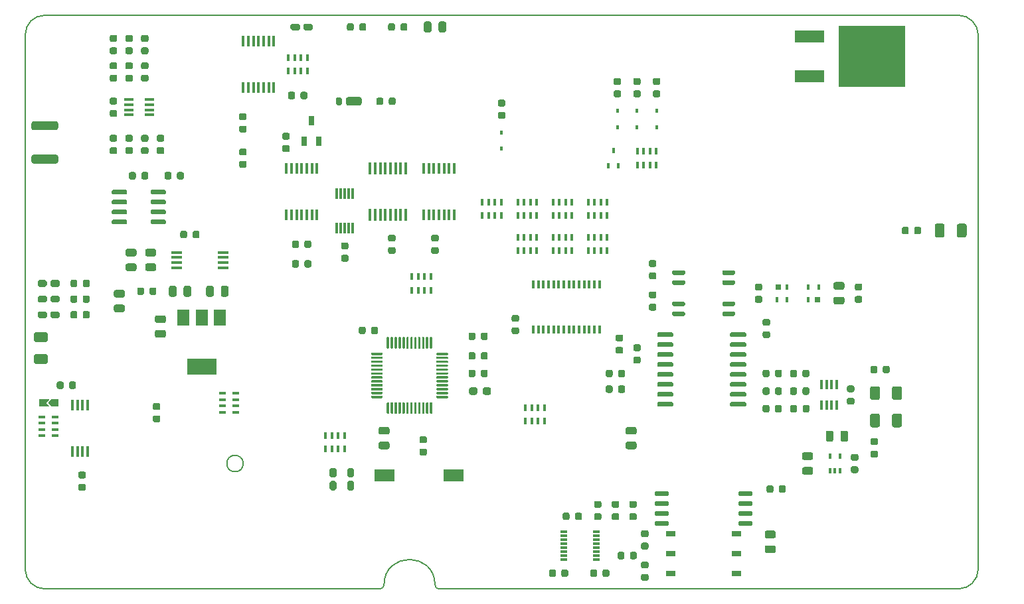
<source format=gtp>
G04 #@! TF.GenerationSoftware,KiCad,Pcbnew,(5.1.6)-1*
G04 #@! TF.CreationDate,2020-09-13T17:37:44+02:00*
G04 #@! TF.ProjectId,MainBoard,4d61696e-426f-4617-9264-2e6b69636164,rev?*
G04 #@! TF.SameCoordinates,Original*
G04 #@! TF.FileFunction,Paste,Top*
G04 #@! TF.FilePolarity,Positive*
%FSLAX46Y46*%
G04 Gerber Fmt 4.6, Leading zero omitted, Abs format (unit mm)*
G04 Created by KiCad (PCBNEW (5.1.6)-1) date 2020-09-13 17:37:44*
%MOMM*%
%LPD*%
G01*
G04 APERTURE LIST*
G04 #@! TA.AperFunction,Profile*
%ADD10C,0.153000*%
G04 #@! TD*
G04 #@! TA.AperFunction,Profile*
%ADD11C,0.200000*%
G04 #@! TD*
%ADD12R,0.300000X1.400000*%
%ADD13R,0.450000X1.450000*%
%ADD14R,1.220000X0.400000*%
%ADD15R,0.900000X0.300000*%
%ADD16R,3.810000X1.620000*%
%ADD17R,8.510000X7.870000*%
%ADD18R,1.300000X0.750000*%
%ADD19R,0.400000X1.220000*%
%ADD20R,0.400000X0.650000*%
%ADD21R,0.450000X0.600000*%
%ADD22R,0.450000X0.700000*%
%ADD23R,0.650000X1.220000*%
%ADD24R,2.600000X1.500000*%
%ADD25R,1.450000X0.450000*%
%ADD26R,1.500000X2.000000*%
%ADD27R,3.800000X2.000000*%
%ADD28R,0.450000X1.500000*%
%ADD29R,0.450000X0.900000*%
%ADD30R,0.900000X0.450000*%
%ADD31R,0.400000X1.100000*%
%ADD32C,0.153000*%
%ADD33R,0.400000X0.750000*%
%ADD34R,0.800000X0.750000*%
G04 APERTURE END LIST*
D10*
X51050000Y-94250000D02*
G75*
G03*
X51050000Y-94250000I-1050000J0D01*
G01*
D11*
X68500000Y-110250000D02*
X25750000Y-110250000D01*
X76000000Y-110250000D02*
G75*
G02*
X75500000Y-109750000I0J500000D01*
G01*
X69000000Y-109750000D02*
G75*
G02*
X68500000Y-110250000I-500000J0D01*
G01*
X69000000Y-109750000D02*
G75*
G02*
X75500000Y-109750000I3250000J0D01*
G01*
X23250000Y-39500000D02*
G75*
G02*
X25750000Y-37000000I2500000J0D01*
G01*
X25750000Y-110250000D02*
G75*
G02*
X23250000Y-107750000I0J2500000D01*
G01*
X23250000Y-107750000D02*
X23250000Y-39500000D01*
X142250000Y-37000000D02*
X25750000Y-37000000D01*
X142250000Y-110250000D02*
X76000000Y-110250000D01*
X142250000Y-37000000D02*
G75*
G02*
X144750000Y-39500000I0J-2500000D01*
G01*
X144750000Y-107750000D02*
G75*
G02*
X142250000Y-110250000I-2500000J0D01*
G01*
X144750000Y-39500000D02*
X144750000Y-107750000D01*
G36*
G01*
X68750000Y-85900000D02*
X67425000Y-85900000D01*
G75*
G02*
X67350000Y-85825000I0J75000D01*
G01*
X67350000Y-85675000D01*
G75*
G02*
X67425000Y-85600000I75000J0D01*
G01*
X68750000Y-85600000D01*
G75*
G02*
X68825000Y-85675000I0J-75000D01*
G01*
X68825000Y-85825000D01*
G75*
G02*
X68750000Y-85900000I-75000J0D01*
G01*
G37*
G36*
G01*
X68750000Y-85400000D02*
X67425000Y-85400000D01*
G75*
G02*
X67350000Y-85325000I0J75000D01*
G01*
X67350000Y-85175000D01*
G75*
G02*
X67425000Y-85100000I75000J0D01*
G01*
X68750000Y-85100000D01*
G75*
G02*
X68825000Y-85175000I0J-75000D01*
G01*
X68825000Y-85325000D01*
G75*
G02*
X68750000Y-85400000I-75000J0D01*
G01*
G37*
G36*
G01*
X68750000Y-84900000D02*
X67425000Y-84900000D01*
G75*
G02*
X67350000Y-84825000I0J75000D01*
G01*
X67350000Y-84675000D01*
G75*
G02*
X67425000Y-84600000I75000J0D01*
G01*
X68750000Y-84600000D01*
G75*
G02*
X68825000Y-84675000I0J-75000D01*
G01*
X68825000Y-84825000D01*
G75*
G02*
X68750000Y-84900000I-75000J0D01*
G01*
G37*
G36*
G01*
X68750000Y-84400000D02*
X67425000Y-84400000D01*
G75*
G02*
X67350000Y-84325000I0J75000D01*
G01*
X67350000Y-84175000D01*
G75*
G02*
X67425000Y-84100000I75000J0D01*
G01*
X68750000Y-84100000D01*
G75*
G02*
X68825000Y-84175000I0J-75000D01*
G01*
X68825000Y-84325000D01*
G75*
G02*
X68750000Y-84400000I-75000J0D01*
G01*
G37*
G36*
G01*
X68750000Y-83900000D02*
X67425000Y-83900000D01*
G75*
G02*
X67350000Y-83825000I0J75000D01*
G01*
X67350000Y-83675000D01*
G75*
G02*
X67425000Y-83600000I75000J0D01*
G01*
X68750000Y-83600000D01*
G75*
G02*
X68825000Y-83675000I0J-75000D01*
G01*
X68825000Y-83825000D01*
G75*
G02*
X68750000Y-83900000I-75000J0D01*
G01*
G37*
G36*
G01*
X68750000Y-83400000D02*
X67425000Y-83400000D01*
G75*
G02*
X67350000Y-83325000I0J75000D01*
G01*
X67350000Y-83175000D01*
G75*
G02*
X67425000Y-83100000I75000J0D01*
G01*
X68750000Y-83100000D01*
G75*
G02*
X68825000Y-83175000I0J-75000D01*
G01*
X68825000Y-83325000D01*
G75*
G02*
X68750000Y-83400000I-75000J0D01*
G01*
G37*
G36*
G01*
X68750000Y-82900000D02*
X67425000Y-82900000D01*
G75*
G02*
X67350000Y-82825000I0J75000D01*
G01*
X67350000Y-82675000D01*
G75*
G02*
X67425000Y-82600000I75000J0D01*
G01*
X68750000Y-82600000D01*
G75*
G02*
X68825000Y-82675000I0J-75000D01*
G01*
X68825000Y-82825000D01*
G75*
G02*
X68750000Y-82900000I-75000J0D01*
G01*
G37*
G36*
G01*
X68750000Y-82400000D02*
X67425000Y-82400000D01*
G75*
G02*
X67350000Y-82325000I0J75000D01*
G01*
X67350000Y-82175000D01*
G75*
G02*
X67425000Y-82100000I75000J0D01*
G01*
X68750000Y-82100000D01*
G75*
G02*
X68825000Y-82175000I0J-75000D01*
G01*
X68825000Y-82325000D01*
G75*
G02*
X68750000Y-82400000I-75000J0D01*
G01*
G37*
G36*
G01*
X68750000Y-81900000D02*
X67425000Y-81900000D01*
G75*
G02*
X67350000Y-81825000I0J75000D01*
G01*
X67350000Y-81675000D01*
G75*
G02*
X67425000Y-81600000I75000J0D01*
G01*
X68750000Y-81600000D01*
G75*
G02*
X68825000Y-81675000I0J-75000D01*
G01*
X68825000Y-81825000D01*
G75*
G02*
X68750000Y-81900000I-75000J0D01*
G01*
G37*
G36*
G01*
X68750000Y-81400000D02*
X67425000Y-81400000D01*
G75*
G02*
X67350000Y-81325000I0J75000D01*
G01*
X67350000Y-81175000D01*
G75*
G02*
X67425000Y-81100000I75000J0D01*
G01*
X68750000Y-81100000D01*
G75*
G02*
X68825000Y-81175000I0J-75000D01*
G01*
X68825000Y-81325000D01*
G75*
G02*
X68750000Y-81400000I-75000J0D01*
G01*
G37*
G36*
G01*
X68750000Y-80900000D02*
X67425000Y-80900000D01*
G75*
G02*
X67350000Y-80825000I0J75000D01*
G01*
X67350000Y-80675000D01*
G75*
G02*
X67425000Y-80600000I75000J0D01*
G01*
X68750000Y-80600000D01*
G75*
G02*
X68825000Y-80675000I0J-75000D01*
G01*
X68825000Y-80825000D01*
G75*
G02*
X68750000Y-80900000I-75000J0D01*
G01*
G37*
G36*
G01*
X68750000Y-80400000D02*
X67425000Y-80400000D01*
G75*
G02*
X67350000Y-80325000I0J75000D01*
G01*
X67350000Y-80175000D01*
G75*
G02*
X67425000Y-80100000I75000J0D01*
G01*
X68750000Y-80100000D01*
G75*
G02*
X68825000Y-80175000I0J-75000D01*
G01*
X68825000Y-80325000D01*
G75*
G02*
X68750000Y-80400000I-75000J0D01*
G01*
G37*
G36*
G01*
X69575000Y-79575000D02*
X69425000Y-79575000D01*
G75*
G02*
X69350000Y-79500000I0J75000D01*
G01*
X69350000Y-78175000D01*
G75*
G02*
X69425000Y-78100000I75000J0D01*
G01*
X69575000Y-78100000D01*
G75*
G02*
X69650000Y-78175000I0J-75000D01*
G01*
X69650000Y-79500000D01*
G75*
G02*
X69575000Y-79575000I-75000J0D01*
G01*
G37*
G36*
G01*
X70075000Y-79575000D02*
X69925000Y-79575000D01*
G75*
G02*
X69850000Y-79500000I0J75000D01*
G01*
X69850000Y-78175000D01*
G75*
G02*
X69925000Y-78100000I75000J0D01*
G01*
X70075000Y-78100000D01*
G75*
G02*
X70150000Y-78175000I0J-75000D01*
G01*
X70150000Y-79500000D01*
G75*
G02*
X70075000Y-79575000I-75000J0D01*
G01*
G37*
G36*
G01*
X70575000Y-79575000D02*
X70425000Y-79575000D01*
G75*
G02*
X70350000Y-79500000I0J75000D01*
G01*
X70350000Y-78175000D01*
G75*
G02*
X70425000Y-78100000I75000J0D01*
G01*
X70575000Y-78100000D01*
G75*
G02*
X70650000Y-78175000I0J-75000D01*
G01*
X70650000Y-79500000D01*
G75*
G02*
X70575000Y-79575000I-75000J0D01*
G01*
G37*
G36*
G01*
X71075000Y-79575000D02*
X70925000Y-79575000D01*
G75*
G02*
X70850000Y-79500000I0J75000D01*
G01*
X70850000Y-78175000D01*
G75*
G02*
X70925000Y-78100000I75000J0D01*
G01*
X71075000Y-78100000D01*
G75*
G02*
X71150000Y-78175000I0J-75000D01*
G01*
X71150000Y-79500000D01*
G75*
G02*
X71075000Y-79575000I-75000J0D01*
G01*
G37*
G36*
G01*
X71575000Y-79575000D02*
X71425000Y-79575000D01*
G75*
G02*
X71350000Y-79500000I0J75000D01*
G01*
X71350000Y-78175000D01*
G75*
G02*
X71425000Y-78100000I75000J0D01*
G01*
X71575000Y-78100000D01*
G75*
G02*
X71650000Y-78175000I0J-75000D01*
G01*
X71650000Y-79500000D01*
G75*
G02*
X71575000Y-79575000I-75000J0D01*
G01*
G37*
G36*
G01*
X72075000Y-79575000D02*
X71925000Y-79575000D01*
G75*
G02*
X71850000Y-79500000I0J75000D01*
G01*
X71850000Y-78175000D01*
G75*
G02*
X71925000Y-78100000I75000J0D01*
G01*
X72075000Y-78100000D01*
G75*
G02*
X72150000Y-78175000I0J-75000D01*
G01*
X72150000Y-79500000D01*
G75*
G02*
X72075000Y-79575000I-75000J0D01*
G01*
G37*
G36*
G01*
X72575000Y-79575000D02*
X72425000Y-79575000D01*
G75*
G02*
X72350000Y-79500000I0J75000D01*
G01*
X72350000Y-78175000D01*
G75*
G02*
X72425000Y-78100000I75000J0D01*
G01*
X72575000Y-78100000D01*
G75*
G02*
X72650000Y-78175000I0J-75000D01*
G01*
X72650000Y-79500000D01*
G75*
G02*
X72575000Y-79575000I-75000J0D01*
G01*
G37*
G36*
G01*
X73075000Y-79575000D02*
X72925000Y-79575000D01*
G75*
G02*
X72850000Y-79500000I0J75000D01*
G01*
X72850000Y-78175000D01*
G75*
G02*
X72925000Y-78100000I75000J0D01*
G01*
X73075000Y-78100000D01*
G75*
G02*
X73150000Y-78175000I0J-75000D01*
G01*
X73150000Y-79500000D01*
G75*
G02*
X73075000Y-79575000I-75000J0D01*
G01*
G37*
G36*
G01*
X73575000Y-79575000D02*
X73425000Y-79575000D01*
G75*
G02*
X73350000Y-79500000I0J75000D01*
G01*
X73350000Y-78175000D01*
G75*
G02*
X73425000Y-78100000I75000J0D01*
G01*
X73575000Y-78100000D01*
G75*
G02*
X73650000Y-78175000I0J-75000D01*
G01*
X73650000Y-79500000D01*
G75*
G02*
X73575000Y-79575000I-75000J0D01*
G01*
G37*
G36*
G01*
X74075000Y-79575000D02*
X73925000Y-79575000D01*
G75*
G02*
X73850000Y-79500000I0J75000D01*
G01*
X73850000Y-78175000D01*
G75*
G02*
X73925000Y-78100000I75000J0D01*
G01*
X74075000Y-78100000D01*
G75*
G02*
X74150000Y-78175000I0J-75000D01*
G01*
X74150000Y-79500000D01*
G75*
G02*
X74075000Y-79575000I-75000J0D01*
G01*
G37*
G36*
G01*
X74575000Y-79575000D02*
X74425000Y-79575000D01*
G75*
G02*
X74350000Y-79500000I0J75000D01*
G01*
X74350000Y-78175000D01*
G75*
G02*
X74425000Y-78100000I75000J0D01*
G01*
X74575000Y-78100000D01*
G75*
G02*
X74650000Y-78175000I0J-75000D01*
G01*
X74650000Y-79500000D01*
G75*
G02*
X74575000Y-79575000I-75000J0D01*
G01*
G37*
G36*
G01*
X75075000Y-79575000D02*
X74925000Y-79575000D01*
G75*
G02*
X74850000Y-79500000I0J75000D01*
G01*
X74850000Y-78175000D01*
G75*
G02*
X74925000Y-78100000I75000J0D01*
G01*
X75075000Y-78100000D01*
G75*
G02*
X75150000Y-78175000I0J-75000D01*
G01*
X75150000Y-79500000D01*
G75*
G02*
X75075000Y-79575000I-75000J0D01*
G01*
G37*
G36*
G01*
X77075000Y-80400000D02*
X75750000Y-80400000D01*
G75*
G02*
X75675000Y-80325000I0J75000D01*
G01*
X75675000Y-80175000D01*
G75*
G02*
X75750000Y-80100000I75000J0D01*
G01*
X77075000Y-80100000D01*
G75*
G02*
X77150000Y-80175000I0J-75000D01*
G01*
X77150000Y-80325000D01*
G75*
G02*
X77075000Y-80400000I-75000J0D01*
G01*
G37*
G36*
G01*
X77075000Y-80900000D02*
X75750000Y-80900000D01*
G75*
G02*
X75675000Y-80825000I0J75000D01*
G01*
X75675000Y-80675000D01*
G75*
G02*
X75750000Y-80600000I75000J0D01*
G01*
X77075000Y-80600000D01*
G75*
G02*
X77150000Y-80675000I0J-75000D01*
G01*
X77150000Y-80825000D01*
G75*
G02*
X77075000Y-80900000I-75000J0D01*
G01*
G37*
G36*
G01*
X77075000Y-81400000D02*
X75750000Y-81400000D01*
G75*
G02*
X75675000Y-81325000I0J75000D01*
G01*
X75675000Y-81175000D01*
G75*
G02*
X75750000Y-81100000I75000J0D01*
G01*
X77075000Y-81100000D01*
G75*
G02*
X77150000Y-81175000I0J-75000D01*
G01*
X77150000Y-81325000D01*
G75*
G02*
X77075000Y-81400000I-75000J0D01*
G01*
G37*
G36*
G01*
X77075000Y-81900000D02*
X75750000Y-81900000D01*
G75*
G02*
X75675000Y-81825000I0J75000D01*
G01*
X75675000Y-81675000D01*
G75*
G02*
X75750000Y-81600000I75000J0D01*
G01*
X77075000Y-81600000D01*
G75*
G02*
X77150000Y-81675000I0J-75000D01*
G01*
X77150000Y-81825000D01*
G75*
G02*
X77075000Y-81900000I-75000J0D01*
G01*
G37*
G36*
G01*
X77075000Y-82400000D02*
X75750000Y-82400000D01*
G75*
G02*
X75675000Y-82325000I0J75000D01*
G01*
X75675000Y-82175000D01*
G75*
G02*
X75750000Y-82100000I75000J0D01*
G01*
X77075000Y-82100000D01*
G75*
G02*
X77150000Y-82175000I0J-75000D01*
G01*
X77150000Y-82325000D01*
G75*
G02*
X77075000Y-82400000I-75000J0D01*
G01*
G37*
G36*
G01*
X77075000Y-82900000D02*
X75750000Y-82900000D01*
G75*
G02*
X75675000Y-82825000I0J75000D01*
G01*
X75675000Y-82675000D01*
G75*
G02*
X75750000Y-82600000I75000J0D01*
G01*
X77075000Y-82600000D01*
G75*
G02*
X77150000Y-82675000I0J-75000D01*
G01*
X77150000Y-82825000D01*
G75*
G02*
X77075000Y-82900000I-75000J0D01*
G01*
G37*
G36*
G01*
X77075000Y-83400000D02*
X75750000Y-83400000D01*
G75*
G02*
X75675000Y-83325000I0J75000D01*
G01*
X75675000Y-83175000D01*
G75*
G02*
X75750000Y-83100000I75000J0D01*
G01*
X77075000Y-83100000D01*
G75*
G02*
X77150000Y-83175000I0J-75000D01*
G01*
X77150000Y-83325000D01*
G75*
G02*
X77075000Y-83400000I-75000J0D01*
G01*
G37*
G36*
G01*
X77075000Y-83900000D02*
X75750000Y-83900000D01*
G75*
G02*
X75675000Y-83825000I0J75000D01*
G01*
X75675000Y-83675000D01*
G75*
G02*
X75750000Y-83600000I75000J0D01*
G01*
X77075000Y-83600000D01*
G75*
G02*
X77150000Y-83675000I0J-75000D01*
G01*
X77150000Y-83825000D01*
G75*
G02*
X77075000Y-83900000I-75000J0D01*
G01*
G37*
G36*
G01*
X77075000Y-84400000D02*
X75750000Y-84400000D01*
G75*
G02*
X75675000Y-84325000I0J75000D01*
G01*
X75675000Y-84175000D01*
G75*
G02*
X75750000Y-84100000I75000J0D01*
G01*
X77075000Y-84100000D01*
G75*
G02*
X77150000Y-84175000I0J-75000D01*
G01*
X77150000Y-84325000D01*
G75*
G02*
X77075000Y-84400000I-75000J0D01*
G01*
G37*
G36*
G01*
X77075000Y-84900000D02*
X75750000Y-84900000D01*
G75*
G02*
X75675000Y-84825000I0J75000D01*
G01*
X75675000Y-84675000D01*
G75*
G02*
X75750000Y-84600000I75000J0D01*
G01*
X77075000Y-84600000D01*
G75*
G02*
X77150000Y-84675000I0J-75000D01*
G01*
X77150000Y-84825000D01*
G75*
G02*
X77075000Y-84900000I-75000J0D01*
G01*
G37*
G36*
G01*
X77075000Y-85400000D02*
X75750000Y-85400000D01*
G75*
G02*
X75675000Y-85325000I0J75000D01*
G01*
X75675000Y-85175000D01*
G75*
G02*
X75750000Y-85100000I75000J0D01*
G01*
X77075000Y-85100000D01*
G75*
G02*
X77150000Y-85175000I0J-75000D01*
G01*
X77150000Y-85325000D01*
G75*
G02*
X77075000Y-85400000I-75000J0D01*
G01*
G37*
G36*
G01*
X77075000Y-85900000D02*
X75750000Y-85900000D01*
G75*
G02*
X75675000Y-85825000I0J75000D01*
G01*
X75675000Y-85675000D01*
G75*
G02*
X75750000Y-85600000I75000J0D01*
G01*
X77075000Y-85600000D01*
G75*
G02*
X77150000Y-85675000I0J-75000D01*
G01*
X77150000Y-85825000D01*
G75*
G02*
X77075000Y-85900000I-75000J0D01*
G01*
G37*
G36*
G01*
X75075000Y-87900000D02*
X74925000Y-87900000D01*
G75*
G02*
X74850000Y-87825000I0J75000D01*
G01*
X74850000Y-86500000D01*
G75*
G02*
X74925000Y-86425000I75000J0D01*
G01*
X75075000Y-86425000D01*
G75*
G02*
X75150000Y-86500000I0J-75000D01*
G01*
X75150000Y-87825000D01*
G75*
G02*
X75075000Y-87900000I-75000J0D01*
G01*
G37*
G36*
G01*
X74575000Y-87900000D02*
X74425000Y-87900000D01*
G75*
G02*
X74350000Y-87825000I0J75000D01*
G01*
X74350000Y-86500000D01*
G75*
G02*
X74425000Y-86425000I75000J0D01*
G01*
X74575000Y-86425000D01*
G75*
G02*
X74650000Y-86500000I0J-75000D01*
G01*
X74650000Y-87825000D01*
G75*
G02*
X74575000Y-87900000I-75000J0D01*
G01*
G37*
G36*
G01*
X74075000Y-87900000D02*
X73925000Y-87900000D01*
G75*
G02*
X73850000Y-87825000I0J75000D01*
G01*
X73850000Y-86500000D01*
G75*
G02*
X73925000Y-86425000I75000J0D01*
G01*
X74075000Y-86425000D01*
G75*
G02*
X74150000Y-86500000I0J-75000D01*
G01*
X74150000Y-87825000D01*
G75*
G02*
X74075000Y-87900000I-75000J0D01*
G01*
G37*
G36*
G01*
X73575000Y-87900000D02*
X73425000Y-87900000D01*
G75*
G02*
X73350000Y-87825000I0J75000D01*
G01*
X73350000Y-86500000D01*
G75*
G02*
X73425000Y-86425000I75000J0D01*
G01*
X73575000Y-86425000D01*
G75*
G02*
X73650000Y-86500000I0J-75000D01*
G01*
X73650000Y-87825000D01*
G75*
G02*
X73575000Y-87900000I-75000J0D01*
G01*
G37*
G36*
G01*
X73075000Y-87900000D02*
X72925000Y-87900000D01*
G75*
G02*
X72850000Y-87825000I0J75000D01*
G01*
X72850000Y-86500000D01*
G75*
G02*
X72925000Y-86425000I75000J0D01*
G01*
X73075000Y-86425000D01*
G75*
G02*
X73150000Y-86500000I0J-75000D01*
G01*
X73150000Y-87825000D01*
G75*
G02*
X73075000Y-87900000I-75000J0D01*
G01*
G37*
G36*
G01*
X72575000Y-87900000D02*
X72425000Y-87900000D01*
G75*
G02*
X72350000Y-87825000I0J75000D01*
G01*
X72350000Y-86500000D01*
G75*
G02*
X72425000Y-86425000I75000J0D01*
G01*
X72575000Y-86425000D01*
G75*
G02*
X72650000Y-86500000I0J-75000D01*
G01*
X72650000Y-87825000D01*
G75*
G02*
X72575000Y-87900000I-75000J0D01*
G01*
G37*
G36*
G01*
X72075000Y-87900000D02*
X71925000Y-87900000D01*
G75*
G02*
X71850000Y-87825000I0J75000D01*
G01*
X71850000Y-86500000D01*
G75*
G02*
X71925000Y-86425000I75000J0D01*
G01*
X72075000Y-86425000D01*
G75*
G02*
X72150000Y-86500000I0J-75000D01*
G01*
X72150000Y-87825000D01*
G75*
G02*
X72075000Y-87900000I-75000J0D01*
G01*
G37*
G36*
G01*
X71575000Y-87900000D02*
X71425000Y-87900000D01*
G75*
G02*
X71350000Y-87825000I0J75000D01*
G01*
X71350000Y-86500000D01*
G75*
G02*
X71425000Y-86425000I75000J0D01*
G01*
X71575000Y-86425000D01*
G75*
G02*
X71650000Y-86500000I0J-75000D01*
G01*
X71650000Y-87825000D01*
G75*
G02*
X71575000Y-87900000I-75000J0D01*
G01*
G37*
G36*
G01*
X71075000Y-87900000D02*
X70925000Y-87900000D01*
G75*
G02*
X70850000Y-87825000I0J75000D01*
G01*
X70850000Y-86500000D01*
G75*
G02*
X70925000Y-86425000I75000J0D01*
G01*
X71075000Y-86425000D01*
G75*
G02*
X71150000Y-86500000I0J-75000D01*
G01*
X71150000Y-87825000D01*
G75*
G02*
X71075000Y-87900000I-75000J0D01*
G01*
G37*
G36*
G01*
X70575000Y-87900000D02*
X70425000Y-87900000D01*
G75*
G02*
X70350000Y-87825000I0J75000D01*
G01*
X70350000Y-86500000D01*
G75*
G02*
X70425000Y-86425000I75000J0D01*
G01*
X70575000Y-86425000D01*
G75*
G02*
X70650000Y-86500000I0J-75000D01*
G01*
X70650000Y-87825000D01*
G75*
G02*
X70575000Y-87900000I-75000J0D01*
G01*
G37*
G36*
G01*
X70075000Y-87900000D02*
X69925000Y-87900000D01*
G75*
G02*
X69850000Y-87825000I0J75000D01*
G01*
X69850000Y-86500000D01*
G75*
G02*
X69925000Y-86425000I75000J0D01*
G01*
X70075000Y-86425000D01*
G75*
G02*
X70150000Y-86500000I0J-75000D01*
G01*
X70150000Y-87825000D01*
G75*
G02*
X70075000Y-87900000I-75000J0D01*
G01*
G37*
G36*
G01*
X69575000Y-87900000D02*
X69425000Y-87900000D01*
G75*
G02*
X69350000Y-87825000I0J75000D01*
G01*
X69350000Y-86500000D01*
G75*
G02*
X69425000Y-86425000I75000J0D01*
G01*
X69575000Y-86425000D01*
G75*
G02*
X69650000Y-86500000I0J-75000D01*
G01*
X69650000Y-87825000D01*
G75*
G02*
X69575000Y-87900000I-75000J0D01*
G01*
G37*
D12*
X63000000Y-59800000D03*
X63500000Y-59800000D03*
X64000000Y-59800000D03*
X64500000Y-59800000D03*
X65000000Y-59800000D03*
X65000000Y-64200000D03*
X64500000Y-64200000D03*
X64000000Y-64200000D03*
X63500000Y-64200000D03*
X63000000Y-64200000D03*
D13*
X54950000Y-46200000D03*
X54300000Y-46200000D03*
X53650000Y-46200000D03*
X53000000Y-46200000D03*
X52350000Y-46200000D03*
X51700000Y-46200000D03*
X51050000Y-46200000D03*
X51050000Y-40300000D03*
X51700000Y-40300000D03*
X52350000Y-40300000D03*
X53000000Y-40300000D03*
X53650000Y-40300000D03*
X54300000Y-40300000D03*
X54950000Y-40300000D03*
G36*
G01*
X118150000Y-82493750D02*
X118150000Y-83006250D01*
G75*
G02*
X117931250Y-83225000I-218750J0D01*
G01*
X117493750Y-83225000D01*
G75*
G02*
X117275000Y-83006250I0J218750D01*
G01*
X117275000Y-82493750D01*
G75*
G02*
X117493750Y-82275000I218750J0D01*
G01*
X117931250Y-82275000D01*
G75*
G02*
X118150000Y-82493750I0J-218750D01*
G01*
G37*
G36*
G01*
X119725000Y-82493750D02*
X119725000Y-83006250D01*
G75*
G02*
X119506250Y-83225000I-218750J0D01*
G01*
X119068750Y-83225000D01*
G75*
G02*
X118850000Y-83006250I0J218750D01*
G01*
X118850000Y-82493750D01*
G75*
G02*
X119068750Y-82275000I218750J0D01*
G01*
X119506250Y-82275000D01*
G75*
G02*
X119725000Y-82493750I0J-218750D01*
G01*
G37*
G36*
G01*
X38400000Y-71993750D02*
X38400000Y-72506250D01*
G75*
G02*
X38181250Y-72725000I-218750J0D01*
G01*
X37743750Y-72725000D01*
G75*
G02*
X37525000Y-72506250I0J218750D01*
G01*
X37525000Y-71993750D01*
G75*
G02*
X37743750Y-71775000I218750J0D01*
G01*
X38181250Y-71775000D01*
G75*
G02*
X38400000Y-71993750I0J-218750D01*
G01*
G37*
G36*
G01*
X39975000Y-71993750D02*
X39975000Y-72506250D01*
G75*
G02*
X39756250Y-72725000I-218750J0D01*
G01*
X39318750Y-72725000D01*
G75*
G02*
X39100000Y-72506250I0J218750D01*
G01*
X39100000Y-71993750D01*
G75*
G02*
X39318750Y-71775000I218750J0D01*
G01*
X39756250Y-71775000D01*
G75*
G02*
X39975000Y-71993750I0J-218750D01*
G01*
G37*
X74050000Y-56550000D03*
X74700000Y-56550000D03*
X75350000Y-56550000D03*
X76000000Y-56550000D03*
X76650000Y-56550000D03*
X77300000Y-56550000D03*
X77950000Y-56550000D03*
X77950000Y-62450000D03*
X77300000Y-62450000D03*
X76650000Y-62450000D03*
X76000000Y-62450000D03*
X75350000Y-62450000D03*
X74700000Y-62450000D03*
X74050000Y-62450000D03*
G36*
G01*
X101993750Y-104350000D02*
X102506250Y-104350000D01*
G75*
G02*
X102725000Y-104568750I0J-218750D01*
G01*
X102725000Y-105006250D01*
G75*
G02*
X102506250Y-105225000I-218750J0D01*
G01*
X101993750Y-105225000D01*
G75*
G02*
X101775000Y-105006250I0J218750D01*
G01*
X101775000Y-104568750D01*
G75*
G02*
X101993750Y-104350000I218750J0D01*
G01*
G37*
G36*
G01*
X101993750Y-102775000D02*
X102506250Y-102775000D01*
G75*
G02*
X102725000Y-102993750I0J-218750D01*
G01*
X102725000Y-103431250D01*
G75*
G02*
X102506250Y-103650000I-218750J0D01*
G01*
X101993750Y-103650000D01*
G75*
G02*
X101775000Y-103431250I0J218750D01*
G01*
X101775000Y-102993750D01*
G75*
G02*
X101993750Y-102775000I218750J0D01*
G01*
G37*
G36*
G01*
X34756250Y-53150000D02*
X34243750Y-53150000D01*
G75*
G02*
X34025000Y-52931250I0J218750D01*
G01*
X34025000Y-52493750D01*
G75*
G02*
X34243750Y-52275000I218750J0D01*
G01*
X34756250Y-52275000D01*
G75*
G02*
X34975000Y-52493750I0J-218750D01*
G01*
X34975000Y-52931250D01*
G75*
G02*
X34756250Y-53150000I-218750J0D01*
G01*
G37*
G36*
G01*
X34756250Y-54725000D02*
X34243750Y-54725000D01*
G75*
G02*
X34025000Y-54506250I0J218750D01*
G01*
X34025000Y-54068750D01*
G75*
G02*
X34243750Y-53850000I218750J0D01*
G01*
X34756250Y-53850000D01*
G75*
G02*
X34975000Y-54068750I0J-218750D01*
G01*
X34975000Y-54506250D01*
G75*
G02*
X34756250Y-54725000I-218750J0D01*
G01*
G37*
G36*
G01*
X36756250Y-53150000D02*
X36243750Y-53150000D01*
G75*
G02*
X36025000Y-52931250I0J218750D01*
G01*
X36025000Y-52493750D01*
G75*
G02*
X36243750Y-52275000I218750J0D01*
G01*
X36756250Y-52275000D01*
G75*
G02*
X36975000Y-52493750I0J-218750D01*
G01*
X36975000Y-52931250D01*
G75*
G02*
X36756250Y-53150000I-218750J0D01*
G01*
G37*
G36*
G01*
X36756250Y-54725000D02*
X36243750Y-54725000D01*
G75*
G02*
X36025000Y-54506250I0J218750D01*
G01*
X36025000Y-54068750D01*
G75*
G02*
X36243750Y-53850000I218750J0D01*
G01*
X36756250Y-53850000D01*
G75*
G02*
X36975000Y-54068750I0J-218750D01*
G01*
X36975000Y-54506250D01*
G75*
G02*
X36756250Y-54725000I-218750J0D01*
G01*
G37*
G36*
G01*
X40756250Y-53150000D02*
X40243750Y-53150000D01*
G75*
G02*
X40025000Y-52931250I0J218750D01*
G01*
X40025000Y-52493750D01*
G75*
G02*
X40243750Y-52275000I218750J0D01*
G01*
X40756250Y-52275000D01*
G75*
G02*
X40975000Y-52493750I0J-218750D01*
G01*
X40975000Y-52931250D01*
G75*
G02*
X40756250Y-53150000I-218750J0D01*
G01*
G37*
G36*
G01*
X40756250Y-54725000D02*
X40243750Y-54725000D01*
G75*
G02*
X40025000Y-54506250I0J218750D01*
G01*
X40025000Y-54068750D01*
G75*
G02*
X40243750Y-53850000I218750J0D01*
G01*
X40756250Y-53850000D01*
G75*
G02*
X40975000Y-54068750I0J-218750D01*
G01*
X40975000Y-54506250D01*
G75*
G02*
X40756250Y-54725000I-218750J0D01*
G01*
G37*
G36*
G01*
X36243750Y-41100000D02*
X36756250Y-41100000D01*
G75*
G02*
X36975000Y-41318750I0J-218750D01*
G01*
X36975000Y-41756250D01*
G75*
G02*
X36756250Y-41975000I-218750J0D01*
G01*
X36243750Y-41975000D01*
G75*
G02*
X36025000Y-41756250I0J218750D01*
G01*
X36025000Y-41318750D01*
G75*
G02*
X36243750Y-41100000I218750J0D01*
G01*
G37*
G36*
G01*
X36243750Y-39525000D02*
X36756250Y-39525000D01*
G75*
G02*
X36975000Y-39743750I0J-218750D01*
G01*
X36975000Y-40181250D01*
G75*
G02*
X36756250Y-40400000I-218750J0D01*
G01*
X36243750Y-40400000D01*
G75*
G02*
X36025000Y-40181250I0J218750D01*
G01*
X36025000Y-39743750D01*
G75*
G02*
X36243750Y-39525000I218750J0D01*
G01*
G37*
G36*
G01*
X36756250Y-43900000D02*
X36243750Y-43900000D01*
G75*
G02*
X36025000Y-43681250I0J218750D01*
G01*
X36025000Y-43243750D01*
G75*
G02*
X36243750Y-43025000I218750J0D01*
G01*
X36756250Y-43025000D01*
G75*
G02*
X36975000Y-43243750I0J-218750D01*
G01*
X36975000Y-43681250D01*
G75*
G02*
X36756250Y-43900000I-218750J0D01*
G01*
G37*
G36*
G01*
X36756250Y-45475000D02*
X36243750Y-45475000D01*
G75*
G02*
X36025000Y-45256250I0J218750D01*
G01*
X36025000Y-44818750D01*
G75*
G02*
X36243750Y-44600000I218750J0D01*
G01*
X36756250Y-44600000D01*
G75*
G02*
X36975000Y-44818750I0J-218750D01*
G01*
X36975000Y-45256250D01*
G75*
G02*
X36756250Y-45475000I-218750J0D01*
G01*
G37*
D14*
X36440000Y-49720000D03*
X36440000Y-49080000D03*
X36440000Y-48420000D03*
X36440000Y-47780000D03*
X39060000Y-47780000D03*
X39060000Y-48420000D03*
X39060000Y-49080000D03*
X39060000Y-49720000D03*
D15*
X91900000Y-106500000D03*
X96100000Y-106500000D03*
X91900000Y-106000000D03*
X96100000Y-106000000D03*
X91900000Y-105500000D03*
X96100000Y-105500000D03*
X91900000Y-105000000D03*
X96100000Y-105000000D03*
X91900000Y-104500000D03*
X96100000Y-104500000D03*
X91900000Y-104000000D03*
X96100000Y-104000000D03*
X91900000Y-103500000D03*
X96100000Y-103500000D03*
X91900000Y-103000000D03*
X96100000Y-103000000D03*
G36*
G01*
X95993750Y-100600000D02*
X96506250Y-100600000D01*
G75*
G02*
X96725000Y-100818750I0J-218750D01*
G01*
X96725000Y-101256250D01*
G75*
G02*
X96506250Y-101475000I-218750J0D01*
G01*
X95993750Y-101475000D01*
G75*
G02*
X95775000Y-101256250I0J218750D01*
G01*
X95775000Y-100818750D01*
G75*
G02*
X95993750Y-100600000I218750J0D01*
G01*
G37*
G36*
G01*
X95993750Y-99025000D02*
X96506250Y-99025000D01*
G75*
G02*
X96725000Y-99243750I0J-218750D01*
G01*
X96725000Y-99681250D01*
G75*
G02*
X96506250Y-99900000I-218750J0D01*
G01*
X95993750Y-99900000D01*
G75*
G02*
X95775000Y-99681250I0J218750D01*
G01*
X95775000Y-99243750D01*
G75*
G02*
X95993750Y-99025000I218750J0D01*
G01*
G37*
G36*
G01*
X38756250Y-43900000D02*
X38243750Y-43900000D01*
G75*
G02*
X38025000Y-43681250I0J218750D01*
G01*
X38025000Y-43243750D01*
G75*
G02*
X38243750Y-43025000I218750J0D01*
G01*
X38756250Y-43025000D01*
G75*
G02*
X38975000Y-43243750I0J-218750D01*
G01*
X38975000Y-43681250D01*
G75*
G02*
X38756250Y-43900000I-218750J0D01*
G01*
G37*
G36*
G01*
X38756250Y-45475000D02*
X38243750Y-45475000D01*
G75*
G02*
X38025000Y-45256250I0J218750D01*
G01*
X38025000Y-44818750D01*
G75*
G02*
X38243750Y-44600000I218750J0D01*
G01*
X38756250Y-44600000D01*
G75*
G02*
X38975000Y-44818750I0J-218750D01*
G01*
X38975000Y-45256250D01*
G75*
G02*
X38756250Y-45475000I-218750J0D01*
G01*
G37*
G36*
G01*
X129756250Y-72150000D02*
X129243750Y-72150000D01*
G75*
G02*
X129025000Y-71931250I0J218750D01*
G01*
X129025000Y-71493750D01*
G75*
G02*
X129243750Y-71275000I218750J0D01*
G01*
X129756250Y-71275000D01*
G75*
G02*
X129975000Y-71493750I0J-218750D01*
G01*
X129975000Y-71931250D01*
G75*
G02*
X129756250Y-72150000I-218750J0D01*
G01*
G37*
G36*
G01*
X129756250Y-73725000D02*
X129243750Y-73725000D01*
G75*
G02*
X129025000Y-73506250I0J218750D01*
G01*
X129025000Y-73068750D01*
G75*
G02*
X129243750Y-72850000I218750J0D01*
G01*
X129756250Y-72850000D01*
G75*
G02*
X129975000Y-73068750I0J-218750D01*
G01*
X129975000Y-73506250D01*
G75*
G02*
X129756250Y-73725000I-218750J0D01*
G01*
G37*
G36*
G01*
X34756250Y-43900000D02*
X34243750Y-43900000D01*
G75*
G02*
X34025000Y-43681250I0J218750D01*
G01*
X34025000Y-43243750D01*
G75*
G02*
X34243750Y-43025000I218750J0D01*
G01*
X34756250Y-43025000D01*
G75*
G02*
X34975000Y-43243750I0J-218750D01*
G01*
X34975000Y-43681250D01*
G75*
G02*
X34756250Y-43900000I-218750J0D01*
G01*
G37*
G36*
G01*
X34756250Y-45475000D02*
X34243750Y-45475000D01*
G75*
G02*
X34025000Y-45256250I0J218750D01*
G01*
X34025000Y-44818750D01*
G75*
G02*
X34243750Y-44600000I218750J0D01*
G01*
X34756250Y-44600000D01*
G75*
G02*
X34975000Y-44818750I0J-218750D01*
G01*
X34975000Y-45256250D01*
G75*
G02*
X34756250Y-45475000I-218750J0D01*
G01*
G37*
G36*
G01*
X38243750Y-41100000D02*
X38756250Y-41100000D01*
G75*
G02*
X38975000Y-41318750I0J-218750D01*
G01*
X38975000Y-41756250D01*
G75*
G02*
X38756250Y-41975000I-218750J0D01*
G01*
X38243750Y-41975000D01*
G75*
G02*
X38025000Y-41756250I0J218750D01*
G01*
X38025000Y-41318750D01*
G75*
G02*
X38243750Y-41100000I218750J0D01*
G01*
G37*
G36*
G01*
X38243750Y-39525000D02*
X38756250Y-39525000D01*
G75*
G02*
X38975000Y-39743750I0J-218750D01*
G01*
X38975000Y-40181250D01*
G75*
G02*
X38756250Y-40400000I-218750J0D01*
G01*
X38243750Y-40400000D01*
G75*
G02*
X38025000Y-40181250I0J218750D01*
G01*
X38025000Y-39743750D01*
G75*
G02*
X38243750Y-39525000I218750J0D01*
G01*
G37*
G36*
G01*
X41900000Y-57243750D02*
X41900000Y-57756250D01*
G75*
G02*
X41681250Y-57975000I-218750J0D01*
G01*
X41243750Y-57975000D01*
G75*
G02*
X41025000Y-57756250I0J218750D01*
G01*
X41025000Y-57243750D01*
G75*
G02*
X41243750Y-57025000I218750J0D01*
G01*
X41681250Y-57025000D01*
G75*
G02*
X41900000Y-57243750I0J-218750D01*
G01*
G37*
G36*
G01*
X43475000Y-57243750D02*
X43475000Y-57756250D01*
G75*
G02*
X43256250Y-57975000I-218750J0D01*
G01*
X42818750Y-57975000D01*
G75*
G02*
X42600000Y-57756250I0J218750D01*
G01*
X42600000Y-57243750D01*
G75*
G02*
X42818750Y-57025000I218750J0D01*
G01*
X43256250Y-57025000D01*
G75*
G02*
X43475000Y-57243750I0J-218750D01*
G01*
G37*
G36*
G01*
X81350000Y-78256250D02*
X81350000Y-77743750D01*
G75*
G02*
X81568750Y-77525000I218750J0D01*
G01*
X82006250Y-77525000D01*
G75*
G02*
X82225000Y-77743750I0J-218750D01*
G01*
X82225000Y-78256250D01*
G75*
G02*
X82006250Y-78475000I-218750J0D01*
G01*
X81568750Y-78475000D01*
G75*
G02*
X81350000Y-78256250I0J218750D01*
G01*
G37*
G36*
G01*
X79775000Y-78256250D02*
X79775000Y-77743750D01*
G75*
G02*
X79993750Y-77525000I218750J0D01*
G01*
X80431250Y-77525000D01*
G75*
G02*
X80650000Y-77743750I0J-218750D01*
G01*
X80650000Y-78256250D01*
G75*
G02*
X80431250Y-78475000I-218750J0D01*
G01*
X79993750Y-78475000D01*
G75*
G02*
X79775000Y-78256250I0J218750D01*
G01*
G37*
G36*
G01*
X100350000Y-106256250D02*
X100350000Y-105743750D01*
G75*
G02*
X100568750Y-105525000I218750J0D01*
G01*
X101006250Y-105525000D01*
G75*
G02*
X101225000Y-105743750I0J-218750D01*
G01*
X101225000Y-106256250D01*
G75*
G02*
X101006250Y-106475000I-218750J0D01*
G01*
X100568750Y-106475000D01*
G75*
G02*
X100350000Y-106256250I0J218750D01*
G01*
G37*
G36*
G01*
X98775000Y-106256250D02*
X98775000Y-105743750D01*
G75*
G02*
X98993750Y-105525000I218750J0D01*
G01*
X99431250Y-105525000D01*
G75*
G02*
X99650000Y-105743750I0J-218750D01*
G01*
X99650000Y-106256250D01*
G75*
G02*
X99431250Y-106475000I-218750J0D01*
G01*
X98993750Y-106475000D01*
G75*
G02*
X98775000Y-106256250I0J218750D01*
G01*
G37*
G36*
G01*
X135900000Y-64243750D02*
X135900000Y-64756250D01*
G75*
G02*
X135681250Y-64975000I-218750J0D01*
G01*
X135243750Y-64975000D01*
G75*
G02*
X135025000Y-64756250I0J218750D01*
G01*
X135025000Y-64243750D01*
G75*
G02*
X135243750Y-64025000I218750J0D01*
G01*
X135681250Y-64025000D01*
G75*
G02*
X135900000Y-64243750I0J-218750D01*
G01*
G37*
G36*
G01*
X137475000Y-64243750D02*
X137475000Y-64756250D01*
G75*
G02*
X137256250Y-64975000I-218750J0D01*
G01*
X136818750Y-64975000D01*
G75*
G02*
X136600000Y-64756250I0J218750D01*
G01*
X136600000Y-64243750D01*
G75*
G02*
X136818750Y-64025000I218750J0D01*
G01*
X137256250Y-64025000D01*
G75*
G02*
X137475000Y-64243750I0J-218750D01*
G01*
G37*
G36*
G01*
X132600000Y-82506250D02*
X132600000Y-81993750D01*
G75*
G02*
X132818750Y-81775000I218750J0D01*
G01*
X133256250Y-81775000D01*
G75*
G02*
X133475000Y-81993750I0J-218750D01*
G01*
X133475000Y-82506250D01*
G75*
G02*
X133256250Y-82725000I-218750J0D01*
G01*
X132818750Y-82725000D01*
G75*
G02*
X132600000Y-82506250I0J218750D01*
G01*
G37*
G36*
G01*
X131025000Y-82506250D02*
X131025000Y-81993750D01*
G75*
G02*
X131243750Y-81775000I218750J0D01*
G01*
X131681250Y-81775000D01*
G75*
G02*
X131900000Y-81993750I0J-218750D01*
G01*
X131900000Y-82506250D01*
G75*
G02*
X131681250Y-82725000I-218750J0D01*
G01*
X131243750Y-82725000D01*
G75*
G02*
X131025000Y-82506250I0J218750D01*
G01*
G37*
G36*
G01*
X131243750Y-92600000D02*
X131756250Y-92600000D01*
G75*
G02*
X131975000Y-92818750I0J-218750D01*
G01*
X131975000Y-93256250D01*
G75*
G02*
X131756250Y-93475000I-218750J0D01*
G01*
X131243750Y-93475000D01*
G75*
G02*
X131025000Y-93256250I0J218750D01*
G01*
X131025000Y-92818750D01*
G75*
G02*
X131243750Y-92600000I218750J0D01*
G01*
G37*
G36*
G01*
X131243750Y-91025000D02*
X131756250Y-91025000D01*
G75*
G02*
X131975000Y-91243750I0J-218750D01*
G01*
X131975000Y-91681250D01*
G75*
G02*
X131756250Y-91900000I-218750J0D01*
G01*
X131243750Y-91900000D01*
G75*
G02*
X131025000Y-91681250I0J218750D01*
G01*
X131025000Y-91243750D01*
G75*
G02*
X131243750Y-91025000I218750J0D01*
G01*
G37*
G36*
G01*
X128756250Y-85150000D02*
X128243750Y-85150000D01*
G75*
G02*
X128025000Y-84931250I0J218750D01*
G01*
X128025000Y-84493750D01*
G75*
G02*
X128243750Y-84275000I218750J0D01*
G01*
X128756250Y-84275000D01*
G75*
G02*
X128975000Y-84493750I0J-218750D01*
G01*
X128975000Y-84931250D01*
G75*
G02*
X128756250Y-85150000I-218750J0D01*
G01*
G37*
G36*
G01*
X128756250Y-86725000D02*
X128243750Y-86725000D01*
G75*
G02*
X128025000Y-86506250I0J218750D01*
G01*
X128025000Y-86068750D01*
G75*
G02*
X128243750Y-85850000I218750J0D01*
G01*
X128756250Y-85850000D01*
G75*
G02*
X128975000Y-86068750I0J-218750D01*
G01*
X128975000Y-86506250D01*
G75*
G02*
X128756250Y-86725000I-218750J0D01*
G01*
G37*
G36*
G01*
X34243750Y-41100000D02*
X34756250Y-41100000D01*
G75*
G02*
X34975000Y-41318750I0J-218750D01*
G01*
X34975000Y-41756250D01*
G75*
G02*
X34756250Y-41975000I-218750J0D01*
G01*
X34243750Y-41975000D01*
G75*
G02*
X34025000Y-41756250I0J218750D01*
G01*
X34025000Y-41318750D01*
G75*
G02*
X34243750Y-41100000I218750J0D01*
G01*
G37*
G36*
G01*
X34243750Y-39525000D02*
X34756250Y-39525000D01*
G75*
G02*
X34975000Y-39743750I0J-218750D01*
G01*
X34975000Y-40181250D01*
G75*
G02*
X34756250Y-40400000I-218750J0D01*
G01*
X34243750Y-40400000D01*
G75*
G02*
X34025000Y-40181250I0J218750D01*
G01*
X34025000Y-39743750D01*
G75*
G02*
X34243750Y-39525000I218750J0D01*
G01*
G37*
G36*
G01*
X123456250Y-93800000D02*
X122543750Y-93800000D01*
G75*
G02*
X122300000Y-93556250I0J243750D01*
G01*
X122300000Y-93068750D01*
G75*
G02*
X122543750Y-92825000I243750J0D01*
G01*
X123456250Y-92825000D01*
G75*
G02*
X123700000Y-93068750I0J-243750D01*
G01*
X123700000Y-93556250D01*
G75*
G02*
X123456250Y-93800000I-243750J0D01*
G01*
G37*
G36*
G01*
X123456250Y-95675000D02*
X122543750Y-95675000D01*
G75*
G02*
X122300000Y-95431250I0J243750D01*
G01*
X122300000Y-94943750D01*
G75*
G02*
X122543750Y-94700000I243750J0D01*
G01*
X123456250Y-94700000D01*
G75*
G02*
X123700000Y-94943750I0J-243750D01*
G01*
X123700000Y-95431250D01*
G75*
G02*
X123456250Y-95675000I-243750J0D01*
G01*
G37*
G36*
G01*
X38756250Y-53150000D02*
X38243750Y-53150000D01*
G75*
G02*
X38025000Y-52931250I0J218750D01*
G01*
X38025000Y-52493750D01*
G75*
G02*
X38243750Y-52275000I218750J0D01*
G01*
X38756250Y-52275000D01*
G75*
G02*
X38975000Y-52493750I0J-218750D01*
G01*
X38975000Y-52931250D01*
G75*
G02*
X38756250Y-53150000I-218750J0D01*
G01*
G37*
G36*
G01*
X38756250Y-54725000D02*
X38243750Y-54725000D01*
G75*
G02*
X38025000Y-54506250I0J218750D01*
G01*
X38025000Y-54068750D01*
G75*
G02*
X38243750Y-53850000I218750J0D01*
G01*
X38756250Y-53850000D01*
G75*
G02*
X38975000Y-54068750I0J-218750D01*
G01*
X38975000Y-54506250D01*
G75*
G02*
X38756250Y-54725000I-218750J0D01*
G01*
G37*
G36*
G01*
X101993750Y-108350000D02*
X102506250Y-108350000D01*
G75*
G02*
X102725000Y-108568750I0J-218750D01*
G01*
X102725000Y-109006250D01*
G75*
G02*
X102506250Y-109225000I-218750J0D01*
G01*
X101993750Y-109225000D01*
G75*
G02*
X101775000Y-109006250I0J218750D01*
G01*
X101775000Y-108568750D01*
G75*
G02*
X101993750Y-108350000I218750J0D01*
G01*
G37*
G36*
G01*
X101993750Y-106775000D02*
X102506250Y-106775000D01*
G75*
G02*
X102725000Y-106993750I0J-218750D01*
G01*
X102725000Y-107431250D01*
G75*
G02*
X102506250Y-107650000I-218750J0D01*
G01*
X101993750Y-107650000D01*
G75*
G02*
X101775000Y-107431250I0J218750D01*
G01*
X101775000Y-106993750D01*
G75*
G02*
X101993750Y-106775000I218750J0D01*
G01*
G37*
G36*
G01*
X98243750Y-100600000D02*
X98756250Y-100600000D01*
G75*
G02*
X98975000Y-100818750I0J-218750D01*
G01*
X98975000Y-101256250D01*
G75*
G02*
X98756250Y-101475000I-218750J0D01*
G01*
X98243750Y-101475000D01*
G75*
G02*
X98025000Y-101256250I0J218750D01*
G01*
X98025000Y-100818750D01*
G75*
G02*
X98243750Y-100600000I218750J0D01*
G01*
G37*
G36*
G01*
X98243750Y-99025000D02*
X98756250Y-99025000D01*
G75*
G02*
X98975000Y-99243750I0J-218750D01*
G01*
X98975000Y-99681250D01*
G75*
G02*
X98756250Y-99900000I-218750J0D01*
G01*
X98243750Y-99900000D01*
G75*
G02*
X98025000Y-99681250I0J218750D01*
G01*
X98025000Y-99243750D01*
G75*
G02*
X98243750Y-99025000I218750J0D01*
G01*
G37*
D16*
X123250000Y-44750000D03*
X123250000Y-39670000D03*
D17*
X131190000Y-42210000D03*
G36*
G01*
X140475000Y-63875000D02*
X140475000Y-65125000D01*
G75*
G02*
X140225000Y-65375000I-250000J0D01*
G01*
X139475000Y-65375000D01*
G75*
G02*
X139225000Y-65125000I0J250000D01*
G01*
X139225000Y-63875000D01*
G75*
G02*
X139475000Y-63625000I250000J0D01*
G01*
X140225000Y-63625000D01*
G75*
G02*
X140475000Y-63875000I0J-250000D01*
G01*
G37*
G36*
G01*
X143275000Y-63875000D02*
X143275000Y-65125000D01*
G75*
G02*
X143025000Y-65375000I-250000J0D01*
G01*
X142275000Y-65375000D01*
G75*
G02*
X142025000Y-65125000I0J250000D01*
G01*
X142025000Y-63875000D01*
G75*
G02*
X142275000Y-63625000I250000J0D01*
G01*
X143025000Y-63625000D01*
G75*
G02*
X143275000Y-63875000I0J-250000D01*
G01*
G37*
G36*
G01*
X133775000Y-85875000D02*
X133775000Y-84625000D01*
G75*
G02*
X134025000Y-84375000I250000J0D01*
G01*
X134775000Y-84375000D01*
G75*
G02*
X135025000Y-84625000I0J-250000D01*
G01*
X135025000Y-85875000D01*
G75*
G02*
X134775000Y-86125000I-250000J0D01*
G01*
X134025000Y-86125000D01*
G75*
G02*
X133775000Y-85875000I0J250000D01*
G01*
G37*
G36*
G01*
X130975000Y-85875000D02*
X130975000Y-84625000D01*
G75*
G02*
X131225000Y-84375000I250000J0D01*
G01*
X131975000Y-84375000D01*
G75*
G02*
X132225000Y-84625000I0J-250000D01*
G01*
X132225000Y-85875000D01*
G75*
G02*
X131975000Y-86125000I-250000J0D01*
G01*
X131225000Y-86125000D01*
G75*
G02*
X130975000Y-85875000I0J250000D01*
G01*
G37*
G36*
G01*
X133775000Y-89375000D02*
X133775000Y-88125000D01*
G75*
G02*
X134025000Y-87875000I250000J0D01*
G01*
X134775000Y-87875000D01*
G75*
G02*
X135025000Y-88125000I0J-250000D01*
G01*
X135025000Y-89375000D01*
G75*
G02*
X134775000Y-89625000I-250000J0D01*
G01*
X134025000Y-89625000D01*
G75*
G02*
X133775000Y-89375000I0J250000D01*
G01*
G37*
G36*
G01*
X130975000Y-89375000D02*
X130975000Y-88125000D01*
G75*
G02*
X131225000Y-87875000I250000J0D01*
G01*
X131975000Y-87875000D01*
G75*
G02*
X132225000Y-88125000I0J-250000D01*
G01*
X132225000Y-89375000D01*
G75*
G02*
X131975000Y-89625000I-250000J0D01*
G01*
X131225000Y-89625000D01*
G75*
G02*
X130975000Y-89375000I0J250000D01*
G01*
G37*
D18*
X113950000Y-103210000D03*
X105550000Y-103210000D03*
X113950000Y-105750000D03*
X105550000Y-105750000D03*
X113950000Y-108290000D03*
X105550000Y-108290000D03*
G36*
G01*
X107375000Y-70985000D02*
X107375000Y-71285000D01*
G75*
G02*
X107225000Y-71435000I-150000J0D01*
G01*
X105900000Y-71435000D01*
G75*
G02*
X105750000Y-71285000I0J150000D01*
G01*
X105750000Y-70985000D01*
G75*
G02*
X105900000Y-70835000I150000J0D01*
G01*
X107225000Y-70835000D01*
G75*
G02*
X107375000Y-70985000I0J-150000D01*
G01*
G37*
G36*
G01*
X107375000Y-69715000D02*
X107375000Y-70015000D01*
G75*
G02*
X107225000Y-70165000I-150000J0D01*
G01*
X105900000Y-70165000D01*
G75*
G02*
X105750000Y-70015000I0J150000D01*
G01*
X105750000Y-69715000D01*
G75*
G02*
X105900000Y-69565000I150000J0D01*
G01*
X107225000Y-69565000D01*
G75*
G02*
X107375000Y-69715000I0J-150000D01*
G01*
G37*
G36*
G01*
X113750000Y-69715000D02*
X113750000Y-70015000D01*
G75*
G02*
X113600000Y-70165000I-150000J0D01*
G01*
X112275000Y-70165000D01*
G75*
G02*
X112125000Y-70015000I0J150000D01*
G01*
X112125000Y-69715000D01*
G75*
G02*
X112275000Y-69565000I150000J0D01*
G01*
X113600000Y-69565000D01*
G75*
G02*
X113750000Y-69715000I0J-150000D01*
G01*
G37*
G36*
G01*
X113750000Y-70985000D02*
X113750000Y-71285000D01*
G75*
G02*
X113600000Y-71435000I-150000J0D01*
G01*
X112275000Y-71435000D01*
G75*
G02*
X112125000Y-71285000I0J150000D01*
G01*
X112125000Y-70985000D01*
G75*
G02*
X112275000Y-70835000I150000J0D01*
G01*
X113600000Y-70835000D01*
G75*
G02*
X113750000Y-70985000I0J-150000D01*
G01*
G37*
D19*
X126720000Y-86810000D03*
X126080000Y-86810000D03*
X125420000Y-86810000D03*
X124780000Y-86810000D03*
X124780000Y-84190000D03*
X125420000Y-84190000D03*
X126080000Y-84190000D03*
X126720000Y-84190000D03*
D20*
X125850000Y-93300000D03*
X127150000Y-93300000D03*
X126500000Y-95200000D03*
X127150000Y-95200000D03*
X125850000Y-95200000D03*
G36*
G01*
X105875000Y-86545000D02*
X105875000Y-86845000D01*
G75*
G02*
X105725000Y-86995000I-150000J0D01*
G01*
X103975000Y-86995000D01*
G75*
G02*
X103825000Y-86845000I0J150000D01*
G01*
X103825000Y-86545000D01*
G75*
G02*
X103975000Y-86395000I150000J0D01*
G01*
X105725000Y-86395000D01*
G75*
G02*
X105875000Y-86545000I0J-150000D01*
G01*
G37*
G36*
G01*
X105875000Y-85275000D02*
X105875000Y-85575000D01*
G75*
G02*
X105725000Y-85725000I-150000J0D01*
G01*
X103975000Y-85725000D01*
G75*
G02*
X103825000Y-85575000I0J150000D01*
G01*
X103825000Y-85275000D01*
G75*
G02*
X103975000Y-85125000I150000J0D01*
G01*
X105725000Y-85125000D01*
G75*
G02*
X105875000Y-85275000I0J-150000D01*
G01*
G37*
G36*
G01*
X105875000Y-84005000D02*
X105875000Y-84305000D01*
G75*
G02*
X105725000Y-84455000I-150000J0D01*
G01*
X103975000Y-84455000D01*
G75*
G02*
X103825000Y-84305000I0J150000D01*
G01*
X103825000Y-84005000D01*
G75*
G02*
X103975000Y-83855000I150000J0D01*
G01*
X105725000Y-83855000D01*
G75*
G02*
X105875000Y-84005000I0J-150000D01*
G01*
G37*
G36*
G01*
X105875000Y-82735000D02*
X105875000Y-83035000D01*
G75*
G02*
X105725000Y-83185000I-150000J0D01*
G01*
X103975000Y-83185000D01*
G75*
G02*
X103825000Y-83035000I0J150000D01*
G01*
X103825000Y-82735000D01*
G75*
G02*
X103975000Y-82585000I150000J0D01*
G01*
X105725000Y-82585000D01*
G75*
G02*
X105875000Y-82735000I0J-150000D01*
G01*
G37*
G36*
G01*
X105875000Y-81465000D02*
X105875000Y-81765000D01*
G75*
G02*
X105725000Y-81915000I-150000J0D01*
G01*
X103975000Y-81915000D01*
G75*
G02*
X103825000Y-81765000I0J150000D01*
G01*
X103825000Y-81465000D01*
G75*
G02*
X103975000Y-81315000I150000J0D01*
G01*
X105725000Y-81315000D01*
G75*
G02*
X105875000Y-81465000I0J-150000D01*
G01*
G37*
G36*
G01*
X105875000Y-80195000D02*
X105875000Y-80495000D01*
G75*
G02*
X105725000Y-80645000I-150000J0D01*
G01*
X103975000Y-80645000D01*
G75*
G02*
X103825000Y-80495000I0J150000D01*
G01*
X103825000Y-80195000D01*
G75*
G02*
X103975000Y-80045000I150000J0D01*
G01*
X105725000Y-80045000D01*
G75*
G02*
X105875000Y-80195000I0J-150000D01*
G01*
G37*
G36*
G01*
X105875000Y-78925000D02*
X105875000Y-79225000D01*
G75*
G02*
X105725000Y-79375000I-150000J0D01*
G01*
X103975000Y-79375000D01*
G75*
G02*
X103825000Y-79225000I0J150000D01*
G01*
X103825000Y-78925000D01*
G75*
G02*
X103975000Y-78775000I150000J0D01*
G01*
X105725000Y-78775000D01*
G75*
G02*
X105875000Y-78925000I0J-150000D01*
G01*
G37*
G36*
G01*
X105875000Y-77655000D02*
X105875000Y-77955000D01*
G75*
G02*
X105725000Y-78105000I-150000J0D01*
G01*
X103975000Y-78105000D01*
G75*
G02*
X103825000Y-77955000I0J150000D01*
G01*
X103825000Y-77655000D01*
G75*
G02*
X103975000Y-77505000I150000J0D01*
G01*
X105725000Y-77505000D01*
G75*
G02*
X105875000Y-77655000I0J-150000D01*
G01*
G37*
G36*
G01*
X115175000Y-77655000D02*
X115175000Y-77955000D01*
G75*
G02*
X115025000Y-78105000I-150000J0D01*
G01*
X113275000Y-78105000D01*
G75*
G02*
X113125000Y-77955000I0J150000D01*
G01*
X113125000Y-77655000D01*
G75*
G02*
X113275000Y-77505000I150000J0D01*
G01*
X115025000Y-77505000D01*
G75*
G02*
X115175000Y-77655000I0J-150000D01*
G01*
G37*
G36*
G01*
X115175000Y-78925000D02*
X115175000Y-79225000D01*
G75*
G02*
X115025000Y-79375000I-150000J0D01*
G01*
X113275000Y-79375000D01*
G75*
G02*
X113125000Y-79225000I0J150000D01*
G01*
X113125000Y-78925000D01*
G75*
G02*
X113275000Y-78775000I150000J0D01*
G01*
X115025000Y-78775000D01*
G75*
G02*
X115175000Y-78925000I0J-150000D01*
G01*
G37*
G36*
G01*
X115175000Y-80195000D02*
X115175000Y-80495000D01*
G75*
G02*
X115025000Y-80645000I-150000J0D01*
G01*
X113275000Y-80645000D01*
G75*
G02*
X113125000Y-80495000I0J150000D01*
G01*
X113125000Y-80195000D01*
G75*
G02*
X113275000Y-80045000I150000J0D01*
G01*
X115025000Y-80045000D01*
G75*
G02*
X115175000Y-80195000I0J-150000D01*
G01*
G37*
G36*
G01*
X115175000Y-81465000D02*
X115175000Y-81765000D01*
G75*
G02*
X115025000Y-81915000I-150000J0D01*
G01*
X113275000Y-81915000D01*
G75*
G02*
X113125000Y-81765000I0J150000D01*
G01*
X113125000Y-81465000D01*
G75*
G02*
X113275000Y-81315000I150000J0D01*
G01*
X115025000Y-81315000D01*
G75*
G02*
X115175000Y-81465000I0J-150000D01*
G01*
G37*
G36*
G01*
X115175000Y-82735000D02*
X115175000Y-83035000D01*
G75*
G02*
X115025000Y-83185000I-150000J0D01*
G01*
X113275000Y-83185000D01*
G75*
G02*
X113125000Y-83035000I0J150000D01*
G01*
X113125000Y-82735000D01*
G75*
G02*
X113275000Y-82585000I150000J0D01*
G01*
X115025000Y-82585000D01*
G75*
G02*
X115175000Y-82735000I0J-150000D01*
G01*
G37*
G36*
G01*
X115175000Y-84005000D02*
X115175000Y-84305000D01*
G75*
G02*
X115025000Y-84455000I-150000J0D01*
G01*
X113275000Y-84455000D01*
G75*
G02*
X113125000Y-84305000I0J150000D01*
G01*
X113125000Y-84005000D01*
G75*
G02*
X113275000Y-83855000I150000J0D01*
G01*
X115025000Y-83855000D01*
G75*
G02*
X115175000Y-84005000I0J-150000D01*
G01*
G37*
G36*
G01*
X115175000Y-85275000D02*
X115175000Y-85575000D01*
G75*
G02*
X115025000Y-85725000I-150000J0D01*
G01*
X113275000Y-85725000D01*
G75*
G02*
X113125000Y-85575000I0J150000D01*
G01*
X113125000Y-85275000D01*
G75*
G02*
X113275000Y-85125000I150000J0D01*
G01*
X115025000Y-85125000D01*
G75*
G02*
X115175000Y-85275000I0J-150000D01*
G01*
G37*
G36*
G01*
X115175000Y-86545000D02*
X115175000Y-86845000D01*
G75*
G02*
X115025000Y-86995000I-150000J0D01*
G01*
X113275000Y-86995000D01*
G75*
G02*
X113125000Y-86845000I0J150000D01*
G01*
X113125000Y-86545000D01*
G75*
G02*
X113275000Y-86395000I150000J0D01*
G01*
X115025000Y-86395000D01*
G75*
G02*
X115175000Y-86545000I0J-150000D01*
G01*
G37*
G36*
G01*
X34756250Y-48400000D02*
X34243750Y-48400000D01*
G75*
G02*
X34025000Y-48181250I0J218750D01*
G01*
X34025000Y-47743750D01*
G75*
G02*
X34243750Y-47525000I218750J0D01*
G01*
X34756250Y-47525000D01*
G75*
G02*
X34975000Y-47743750I0J-218750D01*
G01*
X34975000Y-48181250D01*
G75*
G02*
X34756250Y-48400000I-218750J0D01*
G01*
G37*
G36*
G01*
X34756250Y-49975000D02*
X34243750Y-49975000D01*
G75*
G02*
X34025000Y-49756250I0J218750D01*
G01*
X34025000Y-49318750D01*
G75*
G02*
X34243750Y-49100000I218750J0D01*
G01*
X34756250Y-49100000D01*
G75*
G02*
X34975000Y-49318750I0J-218750D01*
G01*
X34975000Y-49756250D01*
G75*
G02*
X34756250Y-49975000I-218750J0D01*
G01*
G37*
G36*
G01*
X24625000Y-80275000D02*
X25875000Y-80275000D01*
G75*
G02*
X26125000Y-80525000I0J-250000D01*
G01*
X26125000Y-81275000D01*
G75*
G02*
X25875000Y-81525000I-250000J0D01*
G01*
X24625000Y-81525000D01*
G75*
G02*
X24375000Y-81275000I0J250000D01*
G01*
X24375000Y-80525000D01*
G75*
G02*
X24625000Y-80275000I250000J0D01*
G01*
G37*
G36*
G01*
X24625000Y-77475000D02*
X25875000Y-77475000D01*
G75*
G02*
X26125000Y-77725000I0J-250000D01*
G01*
X26125000Y-78475000D01*
G75*
G02*
X25875000Y-78725000I-250000J0D01*
G01*
X24625000Y-78725000D01*
G75*
G02*
X24375000Y-78475000I0J250000D01*
G01*
X24375000Y-77725000D01*
G75*
G02*
X24625000Y-77475000I250000J0D01*
G01*
G37*
G36*
G01*
X40043750Y-77200000D02*
X40956250Y-77200000D01*
G75*
G02*
X41200000Y-77443750I0J-243750D01*
G01*
X41200000Y-77931250D01*
G75*
G02*
X40956250Y-78175000I-243750J0D01*
G01*
X40043750Y-78175000D01*
G75*
G02*
X39800000Y-77931250I0J243750D01*
G01*
X39800000Y-77443750D01*
G75*
G02*
X40043750Y-77200000I243750J0D01*
G01*
G37*
G36*
G01*
X40043750Y-75325000D02*
X40956250Y-75325000D01*
G75*
G02*
X41200000Y-75568750I0J-243750D01*
G01*
X41200000Y-76056250D01*
G75*
G02*
X40956250Y-76300000I-243750J0D01*
G01*
X40043750Y-76300000D01*
G75*
G02*
X39800000Y-76056250I0J243750D01*
G01*
X39800000Y-75568750D01*
G75*
G02*
X40043750Y-75325000I243750J0D01*
G01*
G37*
G36*
G01*
X38062500Y-57756250D02*
X38062500Y-57243750D01*
G75*
G02*
X38281250Y-57025000I218750J0D01*
G01*
X38718750Y-57025000D01*
G75*
G02*
X38937500Y-57243750I0J-218750D01*
G01*
X38937500Y-57756250D01*
G75*
G02*
X38718750Y-57975000I-218750J0D01*
G01*
X38281250Y-57975000D01*
G75*
G02*
X38062500Y-57756250I0J218750D01*
G01*
G37*
G36*
G01*
X36487500Y-57756250D02*
X36487500Y-57243750D01*
G75*
G02*
X36706250Y-57025000I218750J0D01*
G01*
X37143750Y-57025000D01*
G75*
G02*
X37362500Y-57243750I0J-218750D01*
G01*
X37362500Y-57756250D01*
G75*
G02*
X37143750Y-57975000I-218750J0D01*
G01*
X36706250Y-57975000D01*
G75*
G02*
X36487500Y-57756250I0J218750D01*
G01*
G37*
G36*
G01*
X68543750Y-91450000D02*
X69456250Y-91450000D01*
G75*
G02*
X69700000Y-91693750I0J-243750D01*
G01*
X69700000Y-92181250D01*
G75*
G02*
X69456250Y-92425000I-243750J0D01*
G01*
X68543750Y-92425000D01*
G75*
G02*
X68300000Y-92181250I0J243750D01*
G01*
X68300000Y-91693750D01*
G75*
G02*
X68543750Y-91450000I243750J0D01*
G01*
G37*
G36*
G01*
X68543750Y-89575000D02*
X69456250Y-89575000D01*
G75*
G02*
X69700000Y-89818750I0J-243750D01*
G01*
X69700000Y-90306250D01*
G75*
G02*
X69456250Y-90550000I-243750J0D01*
G01*
X68543750Y-90550000D01*
G75*
G02*
X68300000Y-90306250I0J243750D01*
G01*
X68300000Y-89818750D01*
G75*
G02*
X68543750Y-89575000I243750J0D01*
G01*
G37*
G36*
G01*
X66650000Y-76993750D02*
X66650000Y-77506250D01*
G75*
G02*
X66431250Y-77725000I-218750J0D01*
G01*
X65993750Y-77725000D01*
G75*
G02*
X65775000Y-77506250I0J218750D01*
G01*
X65775000Y-76993750D01*
G75*
G02*
X65993750Y-76775000I218750J0D01*
G01*
X66431250Y-76775000D01*
G75*
G02*
X66650000Y-76993750I0J-218750D01*
G01*
G37*
G36*
G01*
X68225000Y-76993750D02*
X68225000Y-77506250D01*
G75*
G02*
X68006250Y-77725000I-218750J0D01*
G01*
X67568750Y-77725000D01*
G75*
G02*
X67350000Y-77506250I0J218750D01*
G01*
X67350000Y-76993750D01*
G75*
G02*
X67568750Y-76775000I218750J0D01*
G01*
X68006250Y-76775000D01*
G75*
G02*
X68225000Y-76993750I0J-218750D01*
G01*
G37*
G36*
G01*
X96150000Y-107993750D02*
X96150000Y-108506250D01*
G75*
G02*
X95931250Y-108725000I-218750J0D01*
G01*
X95493750Y-108725000D01*
G75*
G02*
X95275000Y-108506250I0J218750D01*
G01*
X95275000Y-107993750D01*
G75*
G02*
X95493750Y-107775000I218750J0D01*
G01*
X95931250Y-107775000D01*
G75*
G02*
X96150000Y-107993750I0J-218750D01*
G01*
G37*
G36*
G01*
X97725000Y-107993750D02*
X97725000Y-108506250D01*
G75*
G02*
X97506250Y-108725000I-218750J0D01*
G01*
X97068750Y-108725000D01*
G75*
G02*
X96850000Y-108506250I0J218750D01*
G01*
X96850000Y-107993750D01*
G75*
G02*
X97068750Y-107775000I218750J0D01*
G01*
X97506250Y-107775000D01*
G75*
G02*
X97725000Y-107993750I0J-218750D01*
G01*
G37*
G36*
G01*
X81350000Y-80756250D02*
X81350000Y-80243750D01*
G75*
G02*
X81568750Y-80025000I218750J0D01*
G01*
X82006250Y-80025000D01*
G75*
G02*
X82225000Y-80243750I0J-218750D01*
G01*
X82225000Y-80756250D01*
G75*
G02*
X82006250Y-80975000I-218750J0D01*
G01*
X81568750Y-80975000D01*
G75*
G02*
X81350000Y-80756250I0J218750D01*
G01*
G37*
G36*
G01*
X79775000Y-80756250D02*
X79775000Y-80243750D01*
G75*
G02*
X79993750Y-80025000I218750J0D01*
G01*
X80431250Y-80025000D01*
G75*
G02*
X80650000Y-80243750I0J-218750D01*
G01*
X80650000Y-80756250D01*
G75*
G02*
X80431250Y-80975000I-218750J0D01*
G01*
X79993750Y-80975000D01*
G75*
G02*
X79775000Y-80756250I0J218750D01*
G01*
G37*
G36*
G01*
X91600000Y-108506250D02*
X91600000Y-107993750D01*
G75*
G02*
X91818750Y-107775000I218750J0D01*
G01*
X92256250Y-107775000D01*
G75*
G02*
X92475000Y-107993750I0J-218750D01*
G01*
X92475000Y-108506250D01*
G75*
G02*
X92256250Y-108725000I-218750J0D01*
G01*
X91818750Y-108725000D01*
G75*
G02*
X91600000Y-108506250I0J218750D01*
G01*
G37*
G36*
G01*
X90025000Y-108506250D02*
X90025000Y-107993750D01*
G75*
G02*
X90243750Y-107775000I218750J0D01*
G01*
X90681250Y-107775000D01*
G75*
G02*
X90900000Y-107993750I0J-218750D01*
G01*
X90900000Y-108506250D01*
G75*
G02*
X90681250Y-108725000I-218750J0D01*
G01*
X90243750Y-108725000D01*
G75*
G02*
X90025000Y-108506250I0J218750D01*
G01*
G37*
G36*
G01*
X73743750Y-92350000D02*
X74256250Y-92350000D01*
G75*
G02*
X74475000Y-92568750I0J-218750D01*
G01*
X74475000Y-93006250D01*
G75*
G02*
X74256250Y-93225000I-218750J0D01*
G01*
X73743750Y-93225000D01*
G75*
G02*
X73525000Y-93006250I0J218750D01*
G01*
X73525000Y-92568750D01*
G75*
G02*
X73743750Y-92350000I218750J0D01*
G01*
G37*
G36*
G01*
X73743750Y-90775000D02*
X74256250Y-90775000D01*
G75*
G02*
X74475000Y-90993750I0J-218750D01*
G01*
X74475000Y-91431250D01*
G75*
G02*
X74256250Y-91650000I-218750J0D01*
G01*
X73743750Y-91650000D01*
G75*
G02*
X73525000Y-91431250I0J218750D01*
G01*
X73525000Y-90993750D01*
G75*
G02*
X73743750Y-90775000I218750J0D01*
G01*
G37*
G36*
G01*
X69743750Y-66600000D02*
X70256250Y-66600000D01*
G75*
G02*
X70475000Y-66818750I0J-218750D01*
G01*
X70475000Y-67256250D01*
G75*
G02*
X70256250Y-67475000I-218750J0D01*
G01*
X69743750Y-67475000D01*
G75*
G02*
X69525000Y-67256250I0J218750D01*
G01*
X69525000Y-66818750D01*
G75*
G02*
X69743750Y-66600000I218750J0D01*
G01*
G37*
G36*
G01*
X69743750Y-65025000D02*
X70256250Y-65025000D01*
G75*
G02*
X70475000Y-65243750I0J-218750D01*
G01*
X70475000Y-65681250D01*
G75*
G02*
X70256250Y-65900000I-218750J0D01*
G01*
X69743750Y-65900000D01*
G75*
G02*
X69525000Y-65681250I0J218750D01*
G01*
X69525000Y-65243750D01*
G75*
G02*
X69743750Y-65025000I218750J0D01*
G01*
G37*
G36*
G01*
X75950000Y-38956250D02*
X75950000Y-38043750D01*
G75*
G02*
X76193750Y-37800000I243750J0D01*
G01*
X76681250Y-37800000D01*
G75*
G02*
X76925000Y-38043750I0J-243750D01*
G01*
X76925000Y-38956250D01*
G75*
G02*
X76681250Y-39200000I-243750J0D01*
G01*
X76193750Y-39200000D01*
G75*
G02*
X75950000Y-38956250I0J243750D01*
G01*
G37*
G36*
G01*
X74075000Y-38956250D02*
X74075000Y-38043750D01*
G75*
G02*
X74318750Y-37800000I243750J0D01*
G01*
X74806250Y-37800000D01*
G75*
G02*
X75050000Y-38043750I0J-243750D01*
G01*
X75050000Y-38956250D01*
G75*
G02*
X74806250Y-39200000I-243750J0D01*
G01*
X74318750Y-39200000D01*
G75*
G02*
X74075000Y-38956250I0J243750D01*
G01*
G37*
G36*
G01*
X75243750Y-66600000D02*
X75756250Y-66600000D01*
G75*
G02*
X75975000Y-66818750I0J-218750D01*
G01*
X75975000Y-67256250D01*
G75*
G02*
X75756250Y-67475000I-218750J0D01*
G01*
X75243750Y-67475000D01*
G75*
G02*
X75025000Y-67256250I0J218750D01*
G01*
X75025000Y-66818750D01*
G75*
G02*
X75243750Y-66600000I218750J0D01*
G01*
G37*
G36*
G01*
X75243750Y-65025000D02*
X75756250Y-65025000D01*
G75*
G02*
X75975000Y-65243750I0J-218750D01*
G01*
X75975000Y-65681250D01*
G75*
G02*
X75756250Y-65900000I-218750J0D01*
G01*
X75243750Y-65900000D01*
G75*
G02*
X75025000Y-65681250I0J218750D01*
G01*
X75025000Y-65243750D01*
G75*
G02*
X75243750Y-65025000I218750J0D01*
G01*
G37*
G36*
G01*
X56756250Y-52900000D02*
X56243750Y-52900000D01*
G75*
G02*
X56025000Y-52681250I0J218750D01*
G01*
X56025000Y-52243750D01*
G75*
G02*
X56243750Y-52025000I218750J0D01*
G01*
X56756250Y-52025000D01*
G75*
G02*
X56975000Y-52243750I0J-218750D01*
G01*
X56975000Y-52681250D01*
G75*
G02*
X56756250Y-52900000I-218750J0D01*
G01*
G37*
G36*
G01*
X56756250Y-54475000D02*
X56243750Y-54475000D01*
G75*
G02*
X56025000Y-54256250I0J218750D01*
G01*
X56025000Y-53818750D01*
G75*
G02*
X56243750Y-53600000I218750J0D01*
G01*
X56756250Y-53600000D01*
G75*
G02*
X56975000Y-53818750I0J-218750D01*
G01*
X56975000Y-54256250D01*
G75*
G02*
X56756250Y-54475000I-218750J0D01*
G01*
G37*
G36*
G01*
X100993750Y-80600000D02*
X101506250Y-80600000D01*
G75*
G02*
X101725000Y-80818750I0J-218750D01*
G01*
X101725000Y-81256250D01*
G75*
G02*
X101506250Y-81475000I-218750J0D01*
G01*
X100993750Y-81475000D01*
G75*
G02*
X100775000Y-81256250I0J218750D01*
G01*
X100775000Y-80818750D01*
G75*
G02*
X100993750Y-80600000I218750J0D01*
G01*
G37*
G36*
G01*
X100993750Y-79025000D02*
X101506250Y-79025000D01*
G75*
G02*
X101725000Y-79243750I0J-218750D01*
G01*
X101725000Y-79681250D01*
G75*
G02*
X101506250Y-79900000I-218750J0D01*
G01*
X100993750Y-79900000D01*
G75*
G02*
X100775000Y-79681250I0J218750D01*
G01*
X100775000Y-79243750D01*
G75*
G02*
X100993750Y-79025000I218750J0D01*
G01*
G37*
G36*
G01*
X58350000Y-47506250D02*
X58350000Y-46993750D01*
G75*
G02*
X58568750Y-46775000I218750J0D01*
G01*
X59006250Y-46775000D01*
G75*
G02*
X59225000Y-46993750I0J-218750D01*
G01*
X59225000Y-47506250D01*
G75*
G02*
X59006250Y-47725000I-218750J0D01*
G01*
X58568750Y-47725000D01*
G75*
G02*
X58350000Y-47506250I0J218750D01*
G01*
G37*
G36*
G01*
X56775000Y-47506250D02*
X56775000Y-46993750D01*
G75*
G02*
X56993750Y-46775000I218750J0D01*
G01*
X57431250Y-46775000D01*
G75*
G02*
X57650000Y-46993750I0J-218750D01*
G01*
X57650000Y-47506250D01*
G75*
G02*
X57431250Y-47725000I-218750J0D01*
G01*
X56993750Y-47725000D01*
G75*
G02*
X56775000Y-47506250I0J218750D01*
G01*
G37*
G36*
G01*
X100043750Y-91450000D02*
X100956250Y-91450000D01*
G75*
G02*
X101200000Y-91693750I0J-243750D01*
G01*
X101200000Y-92181250D01*
G75*
G02*
X100956250Y-92425000I-243750J0D01*
G01*
X100043750Y-92425000D01*
G75*
G02*
X99800000Y-92181250I0J243750D01*
G01*
X99800000Y-91693750D01*
G75*
G02*
X100043750Y-91450000I243750J0D01*
G01*
G37*
G36*
G01*
X100043750Y-89575000D02*
X100956250Y-89575000D01*
G75*
G02*
X101200000Y-89818750I0J-243750D01*
G01*
X101200000Y-90306250D01*
G75*
G02*
X100956250Y-90550000I-243750J0D01*
G01*
X100043750Y-90550000D01*
G75*
G02*
X99800000Y-90306250I0J243750D01*
G01*
X99800000Y-89818750D01*
G75*
G02*
X100043750Y-89575000I243750J0D01*
G01*
G37*
G36*
G01*
X26450000Y-75462500D02*
X26450000Y-75037500D01*
G75*
G02*
X26662500Y-74825000I212500J0D01*
G01*
X27462500Y-74825000D01*
G75*
G02*
X27675000Y-75037500I0J-212500D01*
G01*
X27675000Y-75462500D01*
G75*
G02*
X27462500Y-75675000I-212500J0D01*
G01*
X26662500Y-75675000D01*
G75*
G02*
X26450000Y-75462500I0J212500D01*
G01*
G37*
G36*
G01*
X24825000Y-75462500D02*
X24825000Y-75037500D01*
G75*
G02*
X25037500Y-74825000I212500J0D01*
G01*
X25837500Y-74825000D01*
G75*
G02*
X26050000Y-75037500I0J-212500D01*
G01*
X26050000Y-75462500D01*
G75*
G02*
X25837500Y-75675000I-212500J0D01*
G01*
X25037500Y-75675000D01*
G75*
G02*
X24825000Y-75462500I0J212500D01*
G01*
G37*
G36*
G01*
X62287500Y-96450000D02*
X62712500Y-96450000D01*
G75*
G02*
X62925000Y-96662500I0J-212500D01*
G01*
X62925000Y-97462500D01*
G75*
G02*
X62712500Y-97675000I-212500J0D01*
G01*
X62287500Y-97675000D01*
G75*
G02*
X62075000Y-97462500I0J212500D01*
G01*
X62075000Y-96662500D01*
G75*
G02*
X62287500Y-96450000I212500J0D01*
G01*
G37*
G36*
G01*
X62287500Y-94825000D02*
X62712500Y-94825000D01*
G75*
G02*
X62925000Y-95037500I0J-212500D01*
G01*
X62925000Y-95837500D01*
G75*
G02*
X62712500Y-96050000I-212500J0D01*
G01*
X62287500Y-96050000D01*
G75*
G02*
X62075000Y-95837500I0J212500D01*
G01*
X62075000Y-95037500D01*
G75*
G02*
X62287500Y-94825000I212500J0D01*
G01*
G37*
G36*
G01*
X64962500Y-96050000D02*
X64537500Y-96050000D01*
G75*
G02*
X64325000Y-95837500I0J212500D01*
G01*
X64325000Y-95037500D01*
G75*
G02*
X64537500Y-94825000I212500J0D01*
G01*
X64962500Y-94825000D01*
G75*
G02*
X65175000Y-95037500I0J-212500D01*
G01*
X65175000Y-95837500D01*
G75*
G02*
X64962500Y-96050000I-212500J0D01*
G01*
G37*
G36*
G01*
X64962500Y-97675000D02*
X64537500Y-97675000D01*
G75*
G02*
X64325000Y-97462500I0J212500D01*
G01*
X64325000Y-96662500D01*
G75*
G02*
X64537500Y-96450000I212500J0D01*
G01*
X64962500Y-96450000D01*
G75*
G02*
X65175000Y-96662500I0J-212500D01*
G01*
X65175000Y-97462500D01*
G75*
G02*
X64962500Y-97675000I-212500J0D01*
G01*
G37*
D21*
X84000000Y-54050000D03*
X84000000Y-51950000D03*
G36*
G01*
X63650000Y-47700000D02*
X63650000Y-48300000D01*
G75*
G02*
X63450000Y-48500000I-200000J0D01*
G01*
X63050000Y-48500000D01*
G75*
G02*
X62850000Y-48300000I0J200000D01*
G01*
X62850000Y-47700000D01*
G75*
G02*
X63050000Y-47500000I200000J0D01*
G01*
X63450000Y-47500000D01*
G75*
G02*
X63650000Y-47700000I0J-200000D01*
G01*
G37*
G36*
G01*
X66150000Y-47725000D02*
X66150000Y-48275000D01*
G75*
G02*
X65875000Y-48550000I-275000J0D01*
G01*
X64425000Y-48550000D01*
G75*
G02*
X64150000Y-48275000I0J275000D01*
G01*
X64150000Y-47725000D01*
G75*
G02*
X64425000Y-47450000I275000J0D01*
G01*
X65875000Y-47450000D01*
G75*
G02*
X66150000Y-47725000I0J-275000D01*
G01*
G37*
D22*
X98250000Y-54250000D03*
X98900000Y-56250000D03*
X97600000Y-56250000D03*
D23*
X59750000Y-50440000D03*
X60700000Y-53060000D03*
X58800000Y-53060000D03*
G36*
G01*
X44600000Y-65256250D02*
X44600000Y-64743750D01*
G75*
G02*
X44818750Y-64525000I218750J0D01*
G01*
X45256250Y-64525000D01*
G75*
G02*
X45475000Y-64743750I0J-218750D01*
G01*
X45475000Y-65256250D01*
G75*
G02*
X45256250Y-65475000I-218750J0D01*
G01*
X44818750Y-65475000D01*
G75*
G02*
X44600000Y-65256250I0J218750D01*
G01*
G37*
G36*
G01*
X43025000Y-65256250D02*
X43025000Y-64743750D01*
G75*
G02*
X43243750Y-64525000I218750J0D01*
G01*
X43681250Y-64525000D01*
G75*
G02*
X43900000Y-64743750I0J-218750D01*
G01*
X43900000Y-65256250D01*
G75*
G02*
X43681250Y-65475000I-218750J0D01*
G01*
X43243750Y-65475000D01*
G75*
G02*
X43025000Y-65256250I0J218750D01*
G01*
G37*
G36*
G01*
X29900000Y-74993750D02*
X29900000Y-75506250D01*
G75*
G02*
X29681250Y-75725000I-218750J0D01*
G01*
X29243750Y-75725000D01*
G75*
G02*
X29025000Y-75506250I0J218750D01*
G01*
X29025000Y-74993750D01*
G75*
G02*
X29243750Y-74775000I218750J0D01*
G01*
X29681250Y-74775000D01*
G75*
G02*
X29900000Y-74993750I0J-218750D01*
G01*
G37*
G36*
G01*
X31475000Y-74993750D02*
X31475000Y-75506250D01*
G75*
G02*
X31256250Y-75725000I-218750J0D01*
G01*
X30818750Y-75725000D01*
G75*
G02*
X30600000Y-75506250I0J218750D01*
G01*
X30600000Y-74993750D01*
G75*
G02*
X30818750Y-74775000I218750J0D01*
G01*
X31256250Y-74775000D01*
G75*
G02*
X31475000Y-74993750I0J-218750D01*
G01*
G37*
G36*
G01*
X84256250Y-48650000D02*
X83743750Y-48650000D01*
G75*
G02*
X83525000Y-48431250I0J218750D01*
G01*
X83525000Y-47993750D01*
G75*
G02*
X83743750Y-47775000I218750J0D01*
G01*
X84256250Y-47775000D01*
G75*
G02*
X84475000Y-47993750I0J-218750D01*
G01*
X84475000Y-48431250D01*
G75*
G02*
X84256250Y-48650000I-218750J0D01*
G01*
G37*
G36*
G01*
X84256250Y-50225000D02*
X83743750Y-50225000D01*
G75*
G02*
X83525000Y-50006250I0J218750D01*
G01*
X83525000Y-49568750D01*
G75*
G02*
X83743750Y-49350000I218750J0D01*
G01*
X84256250Y-49350000D01*
G75*
G02*
X84475000Y-49568750I0J-218750D01*
G01*
X84475000Y-50006250D01*
G75*
G02*
X84256250Y-50225000I-218750J0D01*
G01*
G37*
G36*
G01*
X122350000Y-83006250D02*
X122350000Y-82493750D01*
G75*
G02*
X122568750Y-82275000I218750J0D01*
G01*
X123006250Y-82275000D01*
G75*
G02*
X123225000Y-82493750I0J-218750D01*
G01*
X123225000Y-83006250D01*
G75*
G02*
X123006250Y-83225000I-218750J0D01*
G01*
X122568750Y-83225000D01*
G75*
G02*
X122350000Y-83006250I0J218750D01*
G01*
G37*
G36*
G01*
X120775000Y-83006250D02*
X120775000Y-82493750D01*
G75*
G02*
X120993750Y-82275000I218750J0D01*
G01*
X121431250Y-82275000D01*
G75*
G02*
X121650000Y-82493750I0J-218750D01*
G01*
X121650000Y-83006250D01*
G75*
G02*
X121431250Y-83225000I-218750J0D01*
G01*
X120993750Y-83225000D01*
G75*
G02*
X120775000Y-83006250I0J218750D01*
G01*
G37*
G36*
G01*
X102993750Y-73850000D02*
X103506250Y-73850000D01*
G75*
G02*
X103725000Y-74068750I0J-218750D01*
G01*
X103725000Y-74506250D01*
G75*
G02*
X103506250Y-74725000I-218750J0D01*
G01*
X102993750Y-74725000D01*
G75*
G02*
X102775000Y-74506250I0J218750D01*
G01*
X102775000Y-74068750D01*
G75*
G02*
X102993750Y-73850000I218750J0D01*
G01*
G37*
G36*
G01*
X102993750Y-72275000D02*
X103506250Y-72275000D01*
G75*
G02*
X103725000Y-72493750I0J-218750D01*
G01*
X103725000Y-72931250D01*
G75*
G02*
X103506250Y-73150000I-218750J0D01*
G01*
X102993750Y-73150000D01*
G75*
G02*
X102775000Y-72931250I0J218750D01*
G01*
X102775000Y-72493750D01*
G75*
G02*
X102993750Y-72275000I218750J0D01*
G01*
G37*
G36*
G01*
X128743750Y-94600000D02*
X129256250Y-94600000D01*
G75*
G02*
X129475000Y-94818750I0J-218750D01*
G01*
X129475000Y-95256250D01*
G75*
G02*
X129256250Y-95475000I-218750J0D01*
G01*
X128743750Y-95475000D01*
G75*
G02*
X128525000Y-95256250I0J218750D01*
G01*
X128525000Y-94818750D01*
G75*
G02*
X128743750Y-94600000I218750J0D01*
G01*
G37*
G36*
G01*
X128743750Y-93025000D02*
X129256250Y-93025000D01*
G75*
G02*
X129475000Y-93243750I0J-218750D01*
G01*
X129475000Y-93681250D01*
G75*
G02*
X129256250Y-93900000I-218750J0D01*
G01*
X128743750Y-93900000D01*
G75*
G02*
X128525000Y-93681250I0J218750D01*
G01*
X128525000Y-93243750D01*
G75*
G02*
X128743750Y-93025000I218750J0D01*
G01*
G37*
D24*
X77900000Y-95750000D03*
X69100000Y-95750000D03*
D25*
X42550000Y-69225000D03*
X42550000Y-68575000D03*
X42550000Y-67925000D03*
X42550000Y-67275000D03*
X48450000Y-67275000D03*
X48450000Y-67925000D03*
X48450000Y-68575000D03*
X48450000Y-69225000D03*
D26*
X48050000Y-75600000D03*
X43450000Y-75600000D03*
X45750000Y-75600000D03*
D27*
X45750000Y-81900000D03*
G36*
G01*
X36250000Y-63255000D02*
X36250000Y-63555000D01*
G75*
G02*
X36100000Y-63705000I-150000J0D01*
G01*
X34450000Y-63705000D01*
G75*
G02*
X34300000Y-63555000I0J150000D01*
G01*
X34300000Y-63255000D01*
G75*
G02*
X34450000Y-63105000I150000J0D01*
G01*
X36100000Y-63105000D01*
G75*
G02*
X36250000Y-63255000I0J-150000D01*
G01*
G37*
G36*
G01*
X36250000Y-61985000D02*
X36250000Y-62285000D01*
G75*
G02*
X36100000Y-62435000I-150000J0D01*
G01*
X34450000Y-62435000D01*
G75*
G02*
X34300000Y-62285000I0J150000D01*
G01*
X34300000Y-61985000D01*
G75*
G02*
X34450000Y-61835000I150000J0D01*
G01*
X36100000Y-61835000D01*
G75*
G02*
X36250000Y-61985000I0J-150000D01*
G01*
G37*
G36*
G01*
X36250000Y-60715000D02*
X36250000Y-61015000D01*
G75*
G02*
X36100000Y-61165000I-150000J0D01*
G01*
X34450000Y-61165000D01*
G75*
G02*
X34300000Y-61015000I0J150000D01*
G01*
X34300000Y-60715000D01*
G75*
G02*
X34450000Y-60565000I150000J0D01*
G01*
X36100000Y-60565000D01*
G75*
G02*
X36250000Y-60715000I0J-150000D01*
G01*
G37*
G36*
G01*
X36250000Y-59445000D02*
X36250000Y-59745000D01*
G75*
G02*
X36100000Y-59895000I-150000J0D01*
G01*
X34450000Y-59895000D01*
G75*
G02*
X34300000Y-59745000I0J150000D01*
G01*
X34300000Y-59445000D01*
G75*
G02*
X34450000Y-59295000I150000J0D01*
G01*
X36100000Y-59295000D01*
G75*
G02*
X36250000Y-59445000I0J-150000D01*
G01*
G37*
G36*
G01*
X41200000Y-59445000D02*
X41200000Y-59745000D01*
G75*
G02*
X41050000Y-59895000I-150000J0D01*
G01*
X39400000Y-59895000D01*
G75*
G02*
X39250000Y-59745000I0J150000D01*
G01*
X39250000Y-59445000D01*
G75*
G02*
X39400000Y-59295000I150000J0D01*
G01*
X41050000Y-59295000D01*
G75*
G02*
X41200000Y-59445000I0J-150000D01*
G01*
G37*
G36*
G01*
X41200000Y-60715000D02*
X41200000Y-61015000D01*
G75*
G02*
X41050000Y-61165000I-150000J0D01*
G01*
X39400000Y-61165000D01*
G75*
G02*
X39250000Y-61015000I0J150000D01*
G01*
X39250000Y-60715000D01*
G75*
G02*
X39400000Y-60565000I150000J0D01*
G01*
X41050000Y-60565000D01*
G75*
G02*
X41200000Y-60715000I0J-150000D01*
G01*
G37*
G36*
G01*
X41200000Y-61985000D02*
X41200000Y-62285000D01*
G75*
G02*
X41050000Y-62435000I-150000J0D01*
G01*
X39400000Y-62435000D01*
G75*
G02*
X39250000Y-62285000I0J150000D01*
G01*
X39250000Y-61985000D01*
G75*
G02*
X39400000Y-61835000I150000J0D01*
G01*
X41050000Y-61835000D01*
G75*
G02*
X41200000Y-61985000I0J-150000D01*
G01*
G37*
G36*
G01*
X41200000Y-63255000D02*
X41200000Y-63555000D01*
G75*
G02*
X41050000Y-63705000I-150000J0D01*
G01*
X39400000Y-63705000D01*
G75*
G02*
X39250000Y-63555000I0J150000D01*
G01*
X39250000Y-63255000D01*
G75*
G02*
X39400000Y-63105000I150000J0D01*
G01*
X41050000Y-63105000D01*
G75*
G02*
X41200000Y-63255000I0J-150000D01*
G01*
G37*
D28*
X67225000Y-56550000D03*
X67875000Y-56550000D03*
X68525000Y-56550000D03*
X69175000Y-56550000D03*
X69825000Y-56550000D03*
X70475000Y-56550000D03*
X71125000Y-56550000D03*
X71775000Y-56550000D03*
X71775000Y-62450000D03*
X71125000Y-62450000D03*
X70475000Y-62450000D03*
X69825000Y-62450000D03*
X69175000Y-62450000D03*
X68525000Y-62450000D03*
X67875000Y-62450000D03*
X67225000Y-62450000D03*
G36*
G01*
X112125000Y-74015000D02*
X112125000Y-73715000D01*
G75*
G02*
X112275000Y-73565000I150000J0D01*
G01*
X113600000Y-73565000D01*
G75*
G02*
X113750000Y-73715000I0J-150000D01*
G01*
X113750000Y-74015000D01*
G75*
G02*
X113600000Y-74165000I-150000J0D01*
G01*
X112275000Y-74165000D01*
G75*
G02*
X112125000Y-74015000I0J150000D01*
G01*
G37*
G36*
G01*
X112125000Y-75285000D02*
X112125000Y-74985000D01*
G75*
G02*
X112275000Y-74835000I150000J0D01*
G01*
X113600000Y-74835000D01*
G75*
G02*
X113750000Y-74985000I0J-150000D01*
G01*
X113750000Y-75285000D01*
G75*
G02*
X113600000Y-75435000I-150000J0D01*
G01*
X112275000Y-75435000D01*
G75*
G02*
X112125000Y-75285000I0J150000D01*
G01*
G37*
G36*
G01*
X105750000Y-75285000D02*
X105750000Y-74985000D01*
G75*
G02*
X105900000Y-74835000I150000J0D01*
G01*
X107225000Y-74835000D01*
G75*
G02*
X107375000Y-74985000I0J-150000D01*
G01*
X107375000Y-75285000D01*
G75*
G02*
X107225000Y-75435000I-150000J0D01*
G01*
X105900000Y-75435000D01*
G75*
G02*
X105750000Y-75285000I0J150000D01*
G01*
G37*
G36*
G01*
X105750000Y-74015000D02*
X105750000Y-73715000D01*
G75*
G02*
X105900000Y-73565000I150000J0D01*
G01*
X107225000Y-73565000D01*
G75*
G02*
X107375000Y-73715000I0J-150000D01*
G01*
X107375000Y-74015000D01*
G75*
G02*
X107225000Y-74165000I-150000J0D01*
G01*
X105900000Y-74165000D01*
G75*
G02*
X105750000Y-74015000I0J150000D01*
G01*
G37*
D21*
X98750000Y-51300000D03*
X98750000Y-49200000D03*
X101250000Y-51300000D03*
X101250000Y-49200000D03*
X103750000Y-51300000D03*
X103750000Y-49200000D03*
D29*
X56800000Y-44100000D03*
X57600000Y-44100000D03*
X58400000Y-44100000D03*
X59200000Y-44100000D03*
X59200000Y-42400000D03*
X58400000Y-42400000D03*
X57600000Y-42400000D03*
X56800000Y-42400000D03*
X63950000Y-90650000D03*
X63150000Y-90650000D03*
X62350000Y-90650000D03*
X61550000Y-90650000D03*
X61550000Y-92350000D03*
X62350000Y-92350000D03*
X63150000Y-92350000D03*
X63950000Y-92350000D03*
G36*
G01*
X114175000Y-98245000D02*
X114175000Y-97945000D01*
G75*
G02*
X114325000Y-97795000I150000J0D01*
G01*
X115825000Y-97795000D01*
G75*
G02*
X115975000Y-97945000I0J-150000D01*
G01*
X115975000Y-98245000D01*
G75*
G02*
X115825000Y-98395000I-150000J0D01*
G01*
X114325000Y-98395000D01*
G75*
G02*
X114175000Y-98245000I0J150000D01*
G01*
G37*
G36*
G01*
X114175000Y-99515000D02*
X114175000Y-99215000D01*
G75*
G02*
X114325000Y-99065000I150000J0D01*
G01*
X115825000Y-99065000D01*
G75*
G02*
X115975000Y-99215000I0J-150000D01*
G01*
X115975000Y-99515000D01*
G75*
G02*
X115825000Y-99665000I-150000J0D01*
G01*
X114325000Y-99665000D01*
G75*
G02*
X114175000Y-99515000I0J150000D01*
G01*
G37*
G36*
G01*
X114175000Y-100785000D02*
X114175000Y-100485000D01*
G75*
G02*
X114325000Y-100335000I150000J0D01*
G01*
X115825000Y-100335000D01*
G75*
G02*
X115975000Y-100485000I0J-150000D01*
G01*
X115975000Y-100785000D01*
G75*
G02*
X115825000Y-100935000I-150000J0D01*
G01*
X114325000Y-100935000D01*
G75*
G02*
X114175000Y-100785000I0J150000D01*
G01*
G37*
G36*
G01*
X114175000Y-102055000D02*
X114175000Y-101755000D01*
G75*
G02*
X114325000Y-101605000I150000J0D01*
G01*
X115825000Y-101605000D01*
G75*
G02*
X115975000Y-101755000I0J-150000D01*
G01*
X115975000Y-102055000D01*
G75*
G02*
X115825000Y-102205000I-150000J0D01*
G01*
X114325000Y-102205000D01*
G75*
G02*
X114175000Y-102055000I0J150000D01*
G01*
G37*
G36*
G01*
X103525000Y-102055000D02*
X103525000Y-101755000D01*
G75*
G02*
X103675000Y-101605000I150000J0D01*
G01*
X105175000Y-101605000D01*
G75*
G02*
X105325000Y-101755000I0J-150000D01*
G01*
X105325000Y-102055000D01*
G75*
G02*
X105175000Y-102205000I-150000J0D01*
G01*
X103675000Y-102205000D01*
G75*
G02*
X103525000Y-102055000I0J150000D01*
G01*
G37*
G36*
G01*
X103525000Y-100785000D02*
X103525000Y-100485000D01*
G75*
G02*
X103675000Y-100335000I150000J0D01*
G01*
X105175000Y-100335000D01*
G75*
G02*
X105325000Y-100485000I0J-150000D01*
G01*
X105325000Y-100785000D01*
G75*
G02*
X105175000Y-100935000I-150000J0D01*
G01*
X103675000Y-100935000D01*
G75*
G02*
X103525000Y-100785000I0J150000D01*
G01*
G37*
G36*
G01*
X103525000Y-99515000D02*
X103525000Y-99215000D01*
G75*
G02*
X103675000Y-99065000I150000J0D01*
G01*
X105175000Y-99065000D01*
G75*
G02*
X105325000Y-99215000I0J-150000D01*
G01*
X105325000Y-99515000D01*
G75*
G02*
X105175000Y-99665000I-150000J0D01*
G01*
X103675000Y-99665000D01*
G75*
G02*
X103525000Y-99515000I0J150000D01*
G01*
G37*
G36*
G01*
X103525000Y-98245000D02*
X103525000Y-97945000D01*
G75*
G02*
X103675000Y-97795000I150000J0D01*
G01*
X105175000Y-97795000D01*
G75*
G02*
X105325000Y-97945000I0J-150000D01*
G01*
X105325000Y-98245000D01*
G75*
G02*
X105175000Y-98395000I-150000J0D01*
G01*
X103675000Y-98395000D01*
G75*
G02*
X103525000Y-98245000I0J150000D01*
G01*
G37*
G36*
G01*
X68900000Y-47743750D02*
X68900000Y-48256250D01*
G75*
G02*
X68681250Y-48475000I-218750J0D01*
G01*
X68243750Y-48475000D01*
G75*
G02*
X68025000Y-48256250I0J218750D01*
G01*
X68025000Y-47743750D01*
G75*
G02*
X68243750Y-47525000I218750J0D01*
G01*
X68681250Y-47525000D01*
G75*
G02*
X68900000Y-47743750I0J-218750D01*
G01*
G37*
G36*
G01*
X70475000Y-47743750D02*
X70475000Y-48256250D01*
G75*
G02*
X70256250Y-48475000I-218750J0D01*
G01*
X69818750Y-48475000D01*
G75*
G02*
X69600000Y-48256250I0J218750D01*
G01*
X69600000Y-47743750D01*
G75*
G02*
X69818750Y-47525000I218750J0D01*
G01*
X70256250Y-47525000D01*
G75*
G02*
X70475000Y-47743750I0J-218750D01*
G01*
G37*
G36*
G01*
X36293750Y-68700000D02*
X37206250Y-68700000D01*
G75*
G02*
X37450000Y-68943750I0J-243750D01*
G01*
X37450000Y-69431250D01*
G75*
G02*
X37206250Y-69675000I-243750J0D01*
G01*
X36293750Y-69675000D01*
G75*
G02*
X36050000Y-69431250I0J243750D01*
G01*
X36050000Y-68943750D01*
G75*
G02*
X36293750Y-68700000I243750J0D01*
G01*
G37*
G36*
G01*
X36293750Y-66825000D02*
X37206250Y-66825000D01*
G75*
G02*
X37450000Y-67068750I0J-243750D01*
G01*
X37450000Y-67556250D01*
G75*
G02*
X37206250Y-67800000I-243750J0D01*
G01*
X36293750Y-67800000D01*
G75*
G02*
X36050000Y-67556250I0J243750D01*
G01*
X36050000Y-67068750D01*
G75*
G02*
X36293750Y-66825000I243750J0D01*
G01*
G37*
G36*
G01*
X39706250Y-67800000D02*
X38793750Y-67800000D01*
G75*
G02*
X38550000Y-67556250I0J243750D01*
G01*
X38550000Y-67068750D01*
G75*
G02*
X38793750Y-66825000I243750J0D01*
G01*
X39706250Y-66825000D01*
G75*
G02*
X39950000Y-67068750I0J-243750D01*
G01*
X39950000Y-67556250D01*
G75*
G02*
X39706250Y-67800000I-243750J0D01*
G01*
G37*
G36*
G01*
X39706250Y-69675000D02*
X38793750Y-69675000D01*
G75*
G02*
X38550000Y-69431250I0J243750D01*
G01*
X38550000Y-68943750D01*
G75*
G02*
X38793750Y-68700000I243750J0D01*
G01*
X39706250Y-68700000D01*
G75*
G02*
X39950000Y-68943750I0J-243750D01*
G01*
X39950000Y-69431250D01*
G75*
G02*
X39706250Y-69675000I-243750J0D01*
G01*
G37*
G36*
G01*
X43450000Y-72706250D02*
X43450000Y-71793750D01*
G75*
G02*
X43693750Y-71550000I243750J0D01*
G01*
X44181250Y-71550000D01*
G75*
G02*
X44425000Y-71793750I0J-243750D01*
G01*
X44425000Y-72706250D01*
G75*
G02*
X44181250Y-72950000I-243750J0D01*
G01*
X43693750Y-72950000D01*
G75*
G02*
X43450000Y-72706250I0J243750D01*
G01*
G37*
G36*
G01*
X41575000Y-72706250D02*
X41575000Y-71793750D01*
G75*
G02*
X41818750Y-71550000I243750J0D01*
G01*
X42306250Y-71550000D01*
G75*
G02*
X42550000Y-71793750I0J-243750D01*
G01*
X42550000Y-72706250D01*
G75*
G02*
X42306250Y-72950000I-243750J0D01*
G01*
X41818750Y-72950000D01*
G75*
G02*
X41575000Y-72706250I0J243750D01*
G01*
G37*
G36*
G01*
X48200000Y-72706250D02*
X48200000Y-71793750D01*
G75*
G02*
X48443750Y-71550000I243750J0D01*
G01*
X48931250Y-71550000D01*
G75*
G02*
X49175000Y-71793750I0J-243750D01*
G01*
X49175000Y-72706250D01*
G75*
G02*
X48931250Y-72950000I-243750J0D01*
G01*
X48443750Y-72950000D01*
G75*
G02*
X48200000Y-72706250I0J243750D01*
G01*
G37*
G36*
G01*
X46325000Y-72706250D02*
X46325000Y-71793750D01*
G75*
G02*
X46568750Y-71550000I243750J0D01*
G01*
X47056250Y-71550000D01*
G75*
G02*
X47300000Y-71793750I0J-243750D01*
G01*
X47300000Y-72706250D01*
G75*
G02*
X47056250Y-72950000I-243750J0D01*
G01*
X46568750Y-72950000D01*
G75*
G02*
X46325000Y-72706250I0J243750D01*
G01*
G37*
G36*
G01*
X35706250Y-73050000D02*
X34793750Y-73050000D01*
G75*
G02*
X34550000Y-72806250I0J243750D01*
G01*
X34550000Y-72318750D01*
G75*
G02*
X34793750Y-72075000I243750J0D01*
G01*
X35706250Y-72075000D01*
G75*
G02*
X35950000Y-72318750I0J-243750D01*
G01*
X35950000Y-72806250D01*
G75*
G02*
X35706250Y-73050000I-243750J0D01*
G01*
G37*
G36*
G01*
X35706250Y-74925000D02*
X34793750Y-74925000D01*
G75*
G02*
X34550000Y-74681250I0J243750D01*
G01*
X34550000Y-74193750D01*
G75*
G02*
X34793750Y-73950000I243750J0D01*
G01*
X35706250Y-73950000D01*
G75*
G02*
X35950000Y-74193750I0J-243750D01*
G01*
X35950000Y-74681250D01*
G75*
G02*
X35706250Y-74925000I-243750J0D01*
G01*
G37*
G36*
G01*
X118850000Y-87506250D02*
X118850000Y-86993750D01*
G75*
G02*
X119068750Y-86775000I218750J0D01*
G01*
X119506250Y-86775000D01*
G75*
G02*
X119725000Y-86993750I0J-218750D01*
G01*
X119725000Y-87506250D01*
G75*
G02*
X119506250Y-87725000I-218750J0D01*
G01*
X119068750Y-87725000D01*
G75*
G02*
X118850000Y-87506250I0J218750D01*
G01*
G37*
G36*
G01*
X117275000Y-87506250D02*
X117275000Y-86993750D01*
G75*
G02*
X117493750Y-86775000I218750J0D01*
G01*
X117931250Y-86775000D01*
G75*
G02*
X118150000Y-86993750I0J-218750D01*
G01*
X118150000Y-87506250D01*
G75*
G02*
X117931250Y-87725000I-218750J0D01*
G01*
X117493750Y-87725000D01*
G75*
G02*
X117275000Y-87506250I0J218750D01*
G01*
G37*
G36*
G01*
X118850000Y-85256250D02*
X118850000Y-84743750D01*
G75*
G02*
X119068750Y-84525000I218750J0D01*
G01*
X119506250Y-84525000D01*
G75*
G02*
X119725000Y-84743750I0J-218750D01*
G01*
X119725000Y-85256250D01*
G75*
G02*
X119506250Y-85475000I-218750J0D01*
G01*
X119068750Y-85475000D01*
G75*
G02*
X118850000Y-85256250I0J218750D01*
G01*
G37*
G36*
G01*
X117275000Y-85256250D02*
X117275000Y-84743750D01*
G75*
G02*
X117493750Y-84525000I218750J0D01*
G01*
X117931250Y-84525000D01*
G75*
G02*
X118150000Y-84743750I0J-218750D01*
G01*
X118150000Y-85256250D01*
G75*
G02*
X117931250Y-85475000I-218750J0D01*
G01*
X117493750Y-85475000D01*
G75*
G02*
X117275000Y-85256250I0J218750D01*
G01*
G37*
G36*
G01*
X122365001Y-87506250D02*
X122365001Y-86993750D01*
G75*
G02*
X122583751Y-86775000I218750J0D01*
G01*
X123021251Y-86775000D01*
G75*
G02*
X123240001Y-86993750I0J-218750D01*
G01*
X123240001Y-87506250D01*
G75*
G02*
X123021251Y-87725000I-218750J0D01*
G01*
X122583751Y-87725000D01*
G75*
G02*
X122365001Y-87506250I0J218750D01*
G01*
G37*
G36*
G01*
X120790001Y-87506250D02*
X120790001Y-86993750D01*
G75*
G02*
X121008751Y-86775000I218750J0D01*
G01*
X121446251Y-86775000D01*
G75*
G02*
X121665001Y-86993750I0J-218750D01*
G01*
X121665001Y-87506250D01*
G75*
G02*
X121446251Y-87725000I-218750J0D01*
G01*
X121008751Y-87725000D01*
G75*
G02*
X120790001Y-87506250I0J218750D01*
G01*
G37*
G36*
G01*
X122350000Y-85256250D02*
X122350000Y-84743750D01*
G75*
G02*
X122568750Y-84525000I218750J0D01*
G01*
X123006250Y-84525000D01*
G75*
G02*
X123225000Y-84743750I0J-218750D01*
G01*
X123225000Y-85256250D01*
G75*
G02*
X123006250Y-85475000I-218750J0D01*
G01*
X122568750Y-85475000D01*
G75*
G02*
X122350000Y-85256250I0J218750D01*
G01*
G37*
G36*
G01*
X120775000Y-85256250D02*
X120775000Y-84743750D01*
G75*
G02*
X120993750Y-84525000I218750J0D01*
G01*
X121431250Y-84525000D01*
G75*
G02*
X121650000Y-84743750I0J-218750D01*
G01*
X121650000Y-85256250D01*
G75*
G02*
X121431250Y-85475000I-218750J0D01*
G01*
X120993750Y-85475000D01*
G75*
G02*
X120775000Y-85256250I0J218750D01*
G01*
G37*
G36*
G01*
X127200000Y-91206250D02*
X127200000Y-90293750D01*
G75*
G02*
X127443750Y-90050000I243750J0D01*
G01*
X127931250Y-90050000D01*
G75*
G02*
X128175000Y-90293750I0J-243750D01*
G01*
X128175000Y-91206250D01*
G75*
G02*
X127931250Y-91450000I-243750J0D01*
G01*
X127443750Y-91450000D01*
G75*
G02*
X127200000Y-91206250I0J243750D01*
G01*
G37*
G36*
G01*
X125325000Y-91206250D02*
X125325000Y-90293750D01*
G75*
G02*
X125568750Y-90050000I243750J0D01*
G01*
X126056250Y-90050000D01*
G75*
G02*
X126300000Y-90293750I0J-243750D01*
G01*
X126300000Y-91206250D01*
G75*
G02*
X126056250Y-91450000I-243750J0D01*
G01*
X125568750Y-91450000D01*
G75*
G02*
X125325000Y-91206250I0J243750D01*
G01*
G37*
G36*
G01*
X63743750Y-67600000D02*
X64256250Y-67600000D01*
G75*
G02*
X64475000Y-67818750I0J-218750D01*
G01*
X64475000Y-68256250D01*
G75*
G02*
X64256250Y-68475000I-218750J0D01*
G01*
X63743750Y-68475000D01*
G75*
G02*
X63525000Y-68256250I0J218750D01*
G01*
X63525000Y-67818750D01*
G75*
G02*
X63743750Y-67600000I218750J0D01*
G01*
G37*
G36*
G01*
X63743750Y-66025000D02*
X64256250Y-66025000D01*
G75*
G02*
X64475000Y-66243750I0J-218750D01*
G01*
X64475000Y-66681250D01*
G75*
G02*
X64256250Y-66900000I-218750J0D01*
G01*
X63743750Y-66900000D01*
G75*
G02*
X63525000Y-66681250I0J218750D01*
G01*
X63525000Y-66243750D01*
G75*
G02*
X63743750Y-66025000I218750J0D01*
G01*
G37*
G36*
G01*
X26450000Y-73462500D02*
X26450000Y-73037500D01*
G75*
G02*
X26662500Y-72825000I212500J0D01*
G01*
X27462500Y-72825000D01*
G75*
G02*
X27675000Y-73037500I0J-212500D01*
G01*
X27675000Y-73462500D01*
G75*
G02*
X27462500Y-73675000I-212500J0D01*
G01*
X26662500Y-73675000D01*
G75*
G02*
X26450000Y-73462500I0J212500D01*
G01*
G37*
G36*
G01*
X24825000Y-73462500D02*
X24825000Y-73037500D01*
G75*
G02*
X25037500Y-72825000I212500J0D01*
G01*
X25837500Y-72825000D01*
G75*
G02*
X26050000Y-73037500I0J-212500D01*
G01*
X26050000Y-73462500D01*
G75*
G02*
X25837500Y-73675000I-212500J0D01*
G01*
X25037500Y-73675000D01*
G75*
G02*
X24825000Y-73462500I0J212500D01*
G01*
G37*
G36*
G01*
X29900000Y-72993750D02*
X29900000Y-73506250D01*
G75*
G02*
X29681250Y-73725000I-218750J0D01*
G01*
X29243750Y-73725000D01*
G75*
G02*
X29025000Y-73506250I0J218750D01*
G01*
X29025000Y-72993750D01*
G75*
G02*
X29243750Y-72775000I218750J0D01*
G01*
X29681250Y-72775000D01*
G75*
G02*
X29900000Y-72993750I0J-218750D01*
G01*
G37*
G36*
G01*
X31475000Y-72993750D02*
X31475000Y-73506250D01*
G75*
G02*
X31256250Y-73725000I-218750J0D01*
G01*
X30818750Y-73725000D01*
G75*
G02*
X30600000Y-73506250I0J218750D01*
G01*
X30600000Y-72993750D01*
G75*
G02*
X30818750Y-72775000I218750J0D01*
G01*
X31256250Y-72775000D01*
G75*
G02*
X31475000Y-72993750I0J-218750D01*
G01*
G37*
G36*
G01*
X99006250Y-45900000D02*
X98493750Y-45900000D01*
G75*
G02*
X98275000Y-45681250I0J218750D01*
G01*
X98275000Y-45243750D01*
G75*
G02*
X98493750Y-45025000I218750J0D01*
G01*
X99006250Y-45025000D01*
G75*
G02*
X99225000Y-45243750I0J-218750D01*
G01*
X99225000Y-45681250D01*
G75*
G02*
X99006250Y-45900000I-218750J0D01*
G01*
G37*
G36*
G01*
X99006250Y-47475000D02*
X98493750Y-47475000D01*
G75*
G02*
X98275000Y-47256250I0J218750D01*
G01*
X98275000Y-46818750D01*
G75*
G02*
X98493750Y-46600000I218750J0D01*
G01*
X99006250Y-46600000D01*
G75*
G02*
X99225000Y-46818750I0J-218750D01*
G01*
X99225000Y-47256250D01*
G75*
G02*
X99006250Y-47475000I-218750J0D01*
G01*
G37*
G36*
G01*
X101506250Y-45900000D02*
X100993750Y-45900000D01*
G75*
G02*
X100775000Y-45681250I0J218750D01*
G01*
X100775000Y-45243750D01*
G75*
G02*
X100993750Y-45025000I218750J0D01*
G01*
X101506250Y-45025000D01*
G75*
G02*
X101725000Y-45243750I0J-218750D01*
G01*
X101725000Y-45681250D01*
G75*
G02*
X101506250Y-45900000I-218750J0D01*
G01*
G37*
G36*
G01*
X101506250Y-47475000D02*
X100993750Y-47475000D01*
G75*
G02*
X100775000Y-47256250I0J218750D01*
G01*
X100775000Y-46818750D01*
G75*
G02*
X100993750Y-46600000I218750J0D01*
G01*
X101506250Y-46600000D01*
G75*
G02*
X101725000Y-46818750I0J-218750D01*
G01*
X101725000Y-47256250D01*
G75*
G02*
X101506250Y-47475000I-218750J0D01*
G01*
G37*
G36*
G01*
X104006250Y-45900000D02*
X103493750Y-45900000D01*
G75*
G02*
X103275000Y-45681250I0J218750D01*
G01*
X103275000Y-45243750D01*
G75*
G02*
X103493750Y-45025000I218750J0D01*
G01*
X104006250Y-45025000D01*
G75*
G02*
X104225000Y-45243750I0J-218750D01*
G01*
X104225000Y-45681250D01*
G75*
G02*
X104006250Y-45900000I-218750J0D01*
G01*
G37*
G36*
G01*
X104006250Y-47475000D02*
X103493750Y-47475000D01*
G75*
G02*
X103275000Y-47256250I0J218750D01*
G01*
X103275000Y-46818750D01*
G75*
G02*
X103493750Y-46600000I218750J0D01*
G01*
X104006250Y-46600000D01*
G75*
G02*
X104225000Y-46818750I0J-218750D01*
G01*
X104225000Y-47256250D01*
G75*
G02*
X104006250Y-47475000I-218750J0D01*
G01*
G37*
G36*
G01*
X81600000Y-85237500D02*
X81600000Y-84762500D01*
G75*
G02*
X81837500Y-84525000I237500J0D01*
G01*
X82412500Y-84525000D01*
G75*
G02*
X82650000Y-84762500I0J-237500D01*
G01*
X82650000Y-85237500D01*
G75*
G02*
X82412500Y-85475000I-237500J0D01*
G01*
X81837500Y-85475000D01*
G75*
G02*
X81600000Y-85237500I0J237500D01*
G01*
G37*
G36*
G01*
X79850000Y-85237500D02*
X79850000Y-84762500D01*
G75*
G02*
X80087500Y-84525000I237500J0D01*
G01*
X80662500Y-84525000D01*
G75*
G02*
X80900000Y-84762500I0J-237500D01*
G01*
X80900000Y-85237500D01*
G75*
G02*
X80662500Y-85475000I-237500J0D01*
G01*
X80087500Y-85475000D01*
G75*
G02*
X79850000Y-85237500I0J237500D01*
G01*
G37*
G36*
G01*
X50743750Y-51100000D02*
X51256250Y-51100000D01*
G75*
G02*
X51475000Y-51318750I0J-218750D01*
G01*
X51475000Y-51756250D01*
G75*
G02*
X51256250Y-51975000I-218750J0D01*
G01*
X50743750Y-51975000D01*
G75*
G02*
X50525000Y-51756250I0J218750D01*
G01*
X50525000Y-51318750D01*
G75*
G02*
X50743750Y-51100000I218750J0D01*
G01*
G37*
G36*
G01*
X50743750Y-49525000D02*
X51256250Y-49525000D01*
G75*
G02*
X51475000Y-49743750I0J-218750D01*
G01*
X51475000Y-50181250D01*
G75*
G02*
X51256250Y-50400000I-218750J0D01*
G01*
X50743750Y-50400000D01*
G75*
G02*
X50525000Y-50181250I0J218750D01*
G01*
X50525000Y-49743750D01*
G75*
G02*
X50743750Y-49525000I218750J0D01*
G01*
G37*
G36*
G01*
X50743750Y-55600000D02*
X51256250Y-55600000D01*
G75*
G02*
X51475000Y-55818750I0J-218750D01*
G01*
X51475000Y-56256250D01*
G75*
G02*
X51256250Y-56475000I-218750J0D01*
G01*
X50743750Y-56475000D01*
G75*
G02*
X50525000Y-56256250I0J218750D01*
G01*
X50525000Y-55818750D01*
G75*
G02*
X50743750Y-55600000I218750J0D01*
G01*
G37*
G36*
G01*
X50743750Y-54025000D02*
X51256250Y-54025000D01*
G75*
G02*
X51475000Y-54243750I0J-218750D01*
G01*
X51475000Y-54681250D01*
G75*
G02*
X51256250Y-54900000I-218750J0D01*
G01*
X50743750Y-54900000D01*
G75*
G02*
X50525000Y-54681250I0J218750D01*
G01*
X50525000Y-54243750D01*
G75*
G02*
X50743750Y-54025000I218750J0D01*
G01*
G37*
G36*
G01*
X80650000Y-82493750D02*
X80650000Y-83006250D01*
G75*
G02*
X80431250Y-83225000I-218750J0D01*
G01*
X79993750Y-83225000D01*
G75*
G02*
X79775000Y-83006250I0J218750D01*
G01*
X79775000Y-82493750D01*
G75*
G02*
X79993750Y-82275000I218750J0D01*
G01*
X80431250Y-82275000D01*
G75*
G02*
X80650000Y-82493750I0J-218750D01*
G01*
G37*
G36*
G01*
X82225000Y-82493750D02*
X82225000Y-83006250D01*
G75*
G02*
X82006250Y-83225000I-218750J0D01*
G01*
X81568750Y-83225000D01*
G75*
G02*
X81350000Y-83006250I0J218750D01*
G01*
X81350000Y-82493750D01*
G75*
G02*
X81568750Y-82275000I218750J0D01*
G01*
X82006250Y-82275000D01*
G75*
G02*
X82225000Y-82493750I0J-218750D01*
G01*
G37*
G36*
G01*
X126543750Y-72950000D02*
X127456250Y-72950000D01*
G75*
G02*
X127700000Y-73193750I0J-243750D01*
G01*
X127700000Y-73681250D01*
G75*
G02*
X127456250Y-73925000I-243750J0D01*
G01*
X126543750Y-73925000D01*
G75*
G02*
X126300000Y-73681250I0J243750D01*
G01*
X126300000Y-73193750D01*
G75*
G02*
X126543750Y-72950000I243750J0D01*
G01*
G37*
G36*
G01*
X126543750Y-71075000D02*
X127456250Y-71075000D01*
G75*
G02*
X127700000Y-71318750I0J-243750D01*
G01*
X127700000Y-71806250D01*
G75*
G02*
X127456250Y-72050000I-243750J0D01*
G01*
X126543750Y-72050000D01*
G75*
G02*
X126300000Y-71806250I0J243750D01*
G01*
X126300000Y-71318750D01*
G75*
G02*
X126543750Y-71075000I243750J0D01*
G01*
G37*
G36*
G01*
X117493750Y-77350000D02*
X118006250Y-77350000D01*
G75*
G02*
X118225000Y-77568750I0J-218750D01*
G01*
X118225000Y-78006250D01*
G75*
G02*
X118006250Y-78225000I-218750J0D01*
G01*
X117493750Y-78225000D01*
G75*
G02*
X117275000Y-78006250I0J218750D01*
G01*
X117275000Y-77568750D01*
G75*
G02*
X117493750Y-77350000I218750J0D01*
G01*
G37*
G36*
G01*
X117493750Y-75775000D02*
X118006250Y-75775000D01*
G75*
G02*
X118225000Y-75993750I0J-218750D01*
G01*
X118225000Y-76431250D01*
G75*
G02*
X118006250Y-76650000I-218750J0D01*
G01*
X117493750Y-76650000D01*
G75*
G02*
X117275000Y-76431250I0J218750D01*
G01*
X117275000Y-75993750D01*
G75*
G02*
X117493750Y-75775000I218750J0D01*
G01*
G37*
D30*
X27100000Y-90700000D03*
X27100000Y-89900000D03*
X27100000Y-89100000D03*
X27100000Y-88300000D03*
X25400000Y-88300000D03*
X25400000Y-89100000D03*
X25400000Y-89900000D03*
X25400000Y-90700000D03*
D13*
X29275000Y-86800000D03*
X29925000Y-86800000D03*
X30575000Y-86800000D03*
X31225000Y-86800000D03*
X31225000Y-92700000D03*
X30575000Y-92700000D03*
X29925000Y-92700000D03*
X29275000Y-92700000D03*
G36*
G01*
X100493750Y-100600000D02*
X101006250Y-100600000D01*
G75*
G02*
X101225000Y-100818750I0J-218750D01*
G01*
X101225000Y-101256250D01*
G75*
G02*
X101006250Y-101475000I-218750J0D01*
G01*
X100493750Y-101475000D01*
G75*
G02*
X100275000Y-101256250I0J218750D01*
G01*
X100275000Y-100818750D01*
G75*
G02*
X100493750Y-100600000I218750J0D01*
G01*
G37*
G36*
G01*
X100493750Y-99025000D02*
X101006250Y-99025000D01*
G75*
G02*
X101225000Y-99243750I0J-218750D01*
G01*
X101225000Y-99681250D01*
G75*
G02*
X101006250Y-99900000I-218750J0D01*
G01*
X100493750Y-99900000D01*
G75*
G02*
X100275000Y-99681250I0J218750D01*
G01*
X100275000Y-99243750D01*
G75*
G02*
X100493750Y-99025000I218750J0D01*
G01*
G37*
G36*
G01*
X118650000Y-97243750D02*
X118650000Y-97756250D01*
G75*
G02*
X118431250Y-97975000I-218750J0D01*
G01*
X117993750Y-97975000D01*
G75*
G02*
X117775000Y-97756250I0J218750D01*
G01*
X117775000Y-97243750D01*
G75*
G02*
X117993750Y-97025000I218750J0D01*
G01*
X118431250Y-97025000D01*
G75*
G02*
X118650000Y-97243750I0J-218750D01*
G01*
G37*
G36*
G01*
X120225000Y-97243750D02*
X120225000Y-97756250D01*
G75*
G02*
X120006250Y-97975000I-218750J0D01*
G01*
X119568750Y-97975000D01*
G75*
G02*
X119350000Y-97756250I0J218750D01*
G01*
X119350000Y-97243750D01*
G75*
G02*
X119568750Y-97025000I218750J0D01*
G01*
X120006250Y-97025000D01*
G75*
G02*
X120225000Y-97243750I0J-218750D01*
G01*
G37*
G36*
G01*
X86006250Y-77725000D02*
X85493750Y-77725000D01*
G75*
G02*
X85275000Y-77506250I0J218750D01*
G01*
X85275000Y-77068750D01*
G75*
G02*
X85493750Y-76850000I218750J0D01*
G01*
X86006250Y-76850000D01*
G75*
G02*
X86225000Y-77068750I0J-218750D01*
G01*
X86225000Y-77506250D01*
G75*
G02*
X86006250Y-77725000I-218750J0D01*
G01*
G37*
G36*
G01*
X86006250Y-76150000D02*
X85493750Y-76150000D01*
G75*
G02*
X85275000Y-75931250I0J218750D01*
G01*
X85275000Y-75493750D01*
G75*
G02*
X85493750Y-75275000I218750J0D01*
G01*
X86006250Y-75275000D01*
G75*
G02*
X86225000Y-75493750I0J-218750D01*
G01*
X86225000Y-75931250D01*
G75*
G02*
X86006250Y-76150000I-218750J0D01*
G01*
G37*
G36*
G01*
X28150000Y-83993750D02*
X28150000Y-84506250D01*
G75*
G02*
X27931250Y-84725000I-218750J0D01*
G01*
X27493750Y-84725000D01*
G75*
G02*
X27275000Y-84506250I0J218750D01*
G01*
X27275000Y-83993750D01*
G75*
G02*
X27493750Y-83775000I218750J0D01*
G01*
X27931250Y-83775000D01*
G75*
G02*
X28150000Y-83993750I0J-218750D01*
G01*
G37*
G36*
G01*
X29725000Y-83993750D02*
X29725000Y-84506250D01*
G75*
G02*
X29506250Y-84725000I-218750J0D01*
G01*
X29068750Y-84725000D01*
G75*
G02*
X28850000Y-84506250I0J218750D01*
G01*
X28850000Y-83993750D01*
G75*
G02*
X29068750Y-83775000I218750J0D01*
G01*
X29506250Y-83775000D01*
G75*
G02*
X29725000Y-83993750I0J-218750D01*
G01*
G37*
D29*
X101300000Y-54400000D03*
X102100000Y-54400000D03*
X102900000Y-54400000D03*
X103700000Y-54400000D03*
X103700000Y-56100000D03*
X102900000Y-56100000D03*
X102100000Y-56100000D03*
X101300000Y-56100000D03*
D31*
X88025000Y-77100000D03*
X88675000Y-77100000D03*
X89325000Y-77100000D03*
X89975000Y-77100000D03*
X90625000Y-77100000D03*
X91275000Y-77100000D03*
X91925000Y-77100000D03*
X92575000Y-77100000D03*
X93225000Y-77100000D03*
X93875000Y-77100000D03*
X94525000Y-77100000D03*
X95175000Y-77100000D03*
X95825000Y-77100000D03*
X96475000Y-77100000D03*
X96475000Y-71400000D03*
X95825000Y-71400000D03*
X95175000Y-71400000D03*
X94525000Y-71400000D03*
X93875000Y-71400000D03*
X93225000Y-71400000D03*
X92575000Y-71400000D03*
X91925000Y-71400000D03*
X91275000Y-71400000D03*
X90625000Y-71400000D03*
X89975000Y-71400000D03*
X89325000Y-71400000D03*
X88675000Y-71400000D03*
X88025000Y-71400000D03*
D29*
X90550000Y-60900000D03*
X91350000Y-60900000D03*
X92150000Y-60900000D03*
X92950000Y-60900000D03*
X92950000Y-62600000D03*
X92150000Y-62600000D03*
X91350000Y-62600000D03*
X90550000Y-62600000D03*
X86050000Y-62600000D03*
X86850000Y-62600000D03*
X87650000Y-62600000D03*
X88450000Y-62600000D03*
X88450000Y-60900000D03*
X87650000Y-60900000D03*
X86850000Y-60900000D03*
X86050000Y-60900000D03*
X95050000Y-60900000D03*
X95850000Y-60900000D03*
X96650000Y-60900000D03*
X97450000Y-60900000D03*
X97450000Y-62600000D03*
X96650000Y-62600000D03*
X95850000Y-62600000D03*
X95050000Y-62600000D03*
X90550000Y-67100000D03*
X91350000Y-67100000D03*
X92150000Y-67100000D03*
X92950000Y-67100000D03*
X92950000Y-65400000D03*
X92150000Y-65400000D03*
X91350000Y-65400000D03*
X90550000Y-65400000D03*
X86050000Y-67100000D03*
X86850000Y-67100000D03*
X87650000Y-67100000D03*
X88450000Y-67100000D03*
X88450000Y-65400000D03*
X87650000Y-65400000D03*
X86850000Y-65400000D03*
X86050000Y-65400000D03*
X95050000Y-65400000D03*
X95850000Y-65400000D03*
X96650000Y-65400000D03*
X97450000Y-65400000D03*
X97450000Y-67100000D03*
X96650000Y-67100000D03*
X95850000Y-67100000D03*
X95050000Y-67100000D03*
X74950000Y-72100000D03*
X74150000Y-72100000D03*
X73350000Y-72100000D03*
X72550000Y-72100000D03*
X72550000Y-70400000D03*
X73350000Y-70400000D03*
X74150000Y-70400000D03*
X74950000Y-70400000D03*
X81550000Y-60900000D03*
X82350000Y-60900000D03*
X83150000Y-60900000D03*
X83950000Y-60900000D03*
X83950000Y-62600000D03*
X83150000Y-62600000D03*
X82350000Y-62600000D03*
X81550000Y-62600000D03*
G36*
G01*
X24825000Y-71462500D02*
X24825000Y-71037500D01*
G75*
G02*
X25037500Y-70825000I212500J0D01*
G01*
X25837500Y-70825000D01*
G75*
G02*
X26050000Y-71037500I0J-212500D01*
G01*
X26050000Y-71462500D01*
G75*
G02*
X25837500Y-71675000I-212500J0D01*
G01*
X25037500Y-71675000D01*
G75*
G02*
X24825000Y-71462500I0J212500D01*
G01*
G37*
G36*
G01*
X26450000Y-71462500D02*
X26450000Y-71037500D01*
G75*
G02*
X26662500Y-70825000I212500J0D01*
G01*
X27462500Y-70825000D01*
G75*
G02*
X27675000Y-71037500I0J-212500D01*
G01*
X27675000Y-71462500D01*
G75*
G02*
X27462500Y-71675000I-212500J0D01*
G01*
X26662500Y-71675000D01*
G75*
G02*
X26450000Y-71462500I0J212500D01*
G01*
G37*
G36*
G01*
X31475000Y-70993750D02*
X31475000Y-71506250D01*
G75*
G02*
X31256250Y-71725000I-218750J0D01*
G01*
X30818750Y-71725000D01*
G75*
G02*
X30600000Y-71506250I0J218750D01*
G01*
X30600000Y-70993750D01*
G75*
G02*
X30818750Y-70775000I218750J0D01*
G01*
X31256250Y-70775000D01*
G75*
G02*
X31475000Y-70993750I0J-218750D01*
G01*
G37*
G36*
G01*
X29900000Y-70993750D02*
X29900000Y-71506250D01*
G75*
G02*
X29681250Y-71725000I-218750J0D01*
G01*
X29243750Y-71725000D01*
G75*
G02*
X29025000Y-71506250I0J218750D01*
G01*
X29025000Y-70993750D01*
G75*
G02*
X29243750Y-70775000I218750J0D01*
G01*
X29681250Y-70775000D01*
G75*
G02*
X29900000Y-70993750I0J-218750D01*
G01*
G37*
D30*
X50100000Y-85300000D03*
X50100000Y-86100000D03*
X50100000Y-86900000D03*
X50100000Y-87700000D03*
X48400000Y-87700000D03*
X48400000Y-86900000D03*
X48400000Y-86100000D03*
X48400000Y-85300000D03*
G36*
G01*
X91775000Y-101256250D02*
X91775000Y-100743750D01*
G75*
G02*
X91993750Y-100525000I218750J0D01*
G01*
X92431250Y-100525000D01*
G75*
G02*
X92650000Y-100743750I0J-218750D01*
G01*
X92650000Y-101256250D01*
G75*
G02*
X92431250Y-101475000I-218750J0D01*
G01*
X91993750Y-101475000D01*
G75*
G02*
X91775000Y-101256250I0J218750D01*
G01*
G37*
G36*
G01*
X93350000Y-101256250D02*
X93350000Y-100743750D01*
G75*
G02*
X93568750Y-100525000I218750J0D01*
G01*
X94006250Y-100525000D01*
G75*
G02*
X94225000Y-100743750I0J-218750D01*
G01*
X94225000Y-101256250D01*
G75*
G02*
X94006250Y-101475000I-218750J0D01*
G01*
X93568750Y-101475000D01*
G75*
G02*
X93350000Y-101256250I0J218750D01*
G01*
G37*
G36*
G01*
X30756250Y-97725000D02*
X30243750Y-97725000D01*
G75*
G02*
X30025000Y-97506250I0J218750D01*
G01*
X30025000Y-97068750D01*
G75*
G02*
X30243750Y-96850000I218750J0D01*
G01*
X30756250Y-96850000D01*
G75*
G02*
X30975000Y-97068750I0J-218750D01*
G01*
X30975000Y-97506250D01*
G75*
G02*
X30756250Y-97725000I-218750J0D01*
G01*
G37*
G36*
G01*
X30756250Y-96150000D02*
X30243750Y-96150000D01*
G75*
G02*
X30025000Y-95931250I0J218750D01*
G01*
X30025000Y-95493750D01*
G75*
G02*
X30243750Y-95275000I218750J0D01*
G01*
X30756250Y-95275000D01*
G75*
G02*
X30975000Y-95493750I0J-218750D01*
G01*
X30975000Y-95931250D01*
G75*
G02*
X30756250Y-96150000I-218750J0D01*
G01*
G37*
D32*
G36*
X26259755Y-86025961D02*
G01*
X26269134Y-86028806D01*
X26277779Y-86033427D01*
X26285355Y-86039645D01*
X26291573Y-86047221D01*
X26296194Y-86055866D01*
X26299039Y-86065245D01*
X26300000Y-86075000D01*
X26299039Y-86084755D01*
X26296194Y-86094134D01*
X26291573Y-86102779D01*
X26288597Y-86106785D01*
X25964773Y-86500000D01*
X26288597Y-86893215D01*
X26294056Y-86901355D01*
X26297822Y-86910404D01*
X26299751Y-86920015D01*
X26299768Y-86929816D01*
X26297872Y-86939433D01*
X26294136Y-86948495D01*
X26288704Y-86956654D01*
X26281785Y-86963597D01*
X26273645Y-86969056D01*
X26264596Y-86972822D01*
X26254985Y-86974751D01*
X26250000Y-86975000D01*
X25075000Y-86975000D01*
X25065245Y-86974039D01*
X25055866Y-86971194D01*
X25047221Y-86966573D01*
X25039645Y-86960355D01*
X25033427Y-86952779D01*
X25028806Y-86944134D01*
X25025961Y-86934755D01*
X25025000Y-86925000D01*
X25025000Y-86075000D01*
X25025961Y-86065245D01*
X25028806Y-86055866D01*
X25033427Y-86047221D01*
X25039645Y-86039645D01*
X25047221Y-86033427D01*
X25055866Y-86028806D01*
X25065245Y-86025961D01*
X25075000Y-86025000D01*
X26250000Y-86025000D01*
X26259755Y-86025961D01*
G37*
G36*
X27436705Y-86016153D02*
G01*
X27447961Y-86019567D01*
X27458334Y-86025112D01*
X27467426Y-86032574D01*
X27474888Y-86041666D01*
X27480433Y-86052039D01*
X27483847Y-86063295D01*
X27485000Y-86075000D01*
X27485000Y-86925000D01*
X27483847Y-86936705D01*
X27480433Y-86947961D01*
X27474888Y-86958334D01*
X27467426Y-86967426D01*
X27458334Y-86974888D01*
X27447961Y-86980433D01*
X27436705Y-86983847D01*
X27425000Y-86985000D01*
X26625000Y-86985000D01*
X26613295Y-86983847D01*
X26602039Y-86980433D01*
X26591666Y-86974888D01*
X26578684Y-86963142D01*
X26228684Y-86538142D01*
X26222133Y-86528374D01*
X26217613Y-86517515D01*
X26215299Y-86505983D01*
X26215279Y-86494221D01*
X26217554Y-86482681D01*
X26222037Y-86471806D01*
X26228684Y-86461858D01*
X26578684Y-86036858D01*
X26587015Y-86028555D01*
X26596806Y-86022037D01*
X26607681Y-86017554D01*
X26625000Y-86015000D01*
X27425000Y-86015000D01*
X27436705Y-86016153D01*
G37*
G36*
G01*
X39743750Y-86525000D02*
X40256250Y-86525000D01*
G75*
G02*
X40475000Y-86743750I0J-218750D01*
G01*
X40475000Y-87181250D01*
G75*
G02*
X40256250Y-87400000I-218750J0D01*
G01*
X39743750Y-87400000D01*
G75*
G02*
X39525000Y-87181250I0J218750D01*
G01*
X39525000Y-86743750D01*
G75*
G02*
X39743750Y-86525000I218750J0D01*
G01*
G37*
G36*
G01*
X39743750Y-88100000D02*
X40256250Y-88100000D01*
G75*
G02*
X40475000Y-88318750I0J-218750D01*
G01*
X40475000Y-88756250D01*
G75*
G02*
X40256250Y-88975000I-218750J0D01*
G01*
X39743750Y-88975000D01*
G75*
G02*
X39525000Y-88756250I0J218750D01*
G01*
X39525000Y-88318750D01*
G75*
G02*
X39743750Y-88100000I218750J0D01*
G01*
G37*
G36*
G01*
X117793750Y-102825000D02*
X118706250Y-102825000D01*
G75*
G02*
X118950000Y-103068750I0J-243750D01*
G01*
X118950000Y-103556250D01*
G75*
G02*
X118706250Y-103800000I-243750J0D01*
G01*
X117793750Y-103800000D01*
G75*
G02*
X117550000Y-103556250I0J243750D01*
G01*
X117550000Y-103068750D01*
G75*
G02*
X117793750Y-102825000I243750J0D01*
G01*
G37*
G36*
G01*
X117793750Y-104700000D02*
X118706250Y-104700000D01*
G75*
G02*
X118950000Y-104943750I0J-243750D01*
G01*
X118950000Y-105431250D01*
G75*
G02*
X118706250Y-105675000I-243750J0D01*
G01*
X117793750Y-105675000D01*
G75*
G02*
X117550000Y-105431250I0J243750D01*
G01*
X117550000Y-104943750D01*
G75*
G02*
X117793750Y-104700000I243750J0D01*
G01*
G37*
G36*
G01*
X116493750Y-71275000D02*
X117006250Y-71275000D01*
G75*
G02*
X117225000Y-71493750I0J-218750D01*
G01*
X117225000Y-71931250D01*
G75*
G02*
X117006250Y-72150000I-218750J0D01*
G01*
X116493750Y-72150000D01*
G75*
G02*
X116275000Y-71931250I0J218750D01*
G01*
X116275000Y-71493750D01*
G75*
G02*
X116493750Y-71275000I218750J0D01*
G01*
G37*
G36*
G01*
X116493750Y-72850000D02*
X117006250Y-72850000D01*
G75*
G02*
X117225000Y-73068750I0J-218750D01*
G01*
X117225000Y-73506250D01*
G75*
G02*
X117006250Y-73725000I-218750J0D01*
G01*
X116493750Y-73725000D01*
G75*
G02*
X116275000Y-73506250I0J218750D01*
G01*
X116275000Y-73068750D01*
G75*
G02*
X116493750Y-72850000I218750J0D01*
G01*
G37*
G36*
G01*
X58150000Y-65993750D02*
X58150000Y-66506250D01*
G75*
G02*
X57931250Y-66725000I-218750J0D01*
G01*
X57493750Y-66725000D01*
G75*
G02*
X57275000Y-66506250I0J218750D01*
G01*
X57275000Y-65993750D01*
G75*
G02*
X57493750Y-65775000I218750J0D01*
G01*
X57931250Y-65775000D01*
G75*
G02*
X58150000Y-65993750I0J-218750D01*
G01*
G37*
G36*
G01*
X59725000Y-65993750D02*
X59725000Y-66506250D01*
G75*
G02*
X59506250Y-66725000I-218750J0D01*
G01*
X59068750Y-66725000D01*
G75*
G02*
X58850000Y-66506250I0J218750D01*
G01*
X58850000Y-65993750D01*
G75*
G02*
X59068750Y-65775000I218750J0D01*
G01*
X59506250Y-65775000D01*
G75*
G02*
X59725000Y-65993750I0J-218750D01*
G01*
G37*
D33*
X120400000Y-71675000D03*
D34*
X119250000Y-71675000D03*
D33*
X119100000Y-73325000D03*
X120400000Y-73325000D03*
X123100000Y-71675000D03*
X124400000Y-71675000D03*
D34*
X124250000Y-73325000D03*
D33*
X123100000Y-73325000D03*
G36*
G01*
X24299999Y-50550000D02*
X27200001Y-50550000D01*
G75*
G02*
X27450000Y-50799999I0J-249999D01*
G01*
X27450000Y-51425001D01*
G75*
G02*
X27200001Y-51675000I-249999J0D01*
G01*
X24299999Y-51675000D01*
G75*
G02*
X24050000Y-51425001I0J249999D01*
G01*
X24050000Y-50799999D01*
G75*
G02*
X24299999Y-50550000I249999J0D01*
G01*
G37*
G36*
G01*
X24299999Y-54825000D02*
X27200001Y-54825000D01*
G75*
G02*
X27450000Y-55074999I0J-249999D01*
G01*
X27450000Y-55700001D01*
G75*
G02*
X27200001Y-55950000I-249999J0D01*
G01*
X24299999Y-55950000D01*
G75*
G02*
X24050000Y-55700001I0J249999D01*
G01*
X24050000Y-55074999D01*
G75*
G02*
X24299999Y-54825000I249999J0D01*
G01*
G37*
G36*
G01*
X69525000Y-38756250D02*
X69525000Y-38243750D01*
G75*
G02*
X69743750Y-38025000I218750J0D01*
G01*
X70181250Y-38025000D01*
G75*
G02*
X70400000Y-38243750I0J-218750D01*
G01*
X70400000Y-38756250D01*
G75*
G02*
X70181250Y-38975000I-218750J0D01*
G01*
X69743750Y-38975000D01*
G75*
G02*
X69525000Y-38756250I0J218750D01*
G01*
G37*
G36*
G01*
X71100000Y-38756250D02*
X71100000Y-38243750D01*
G75*
G02*
X71318750Y-38025000I218750J0D01*
G01*
X71756250Y-38025000D01*
G75*
G02*
X71975000Y-38243750I0J-218750D01*
G01*
X71975000Y-38756250D01*
G75*
G02*
X71756250Y-38975000I-218750J0D01*
G01*
X71318750Y-38975000D01*
G75*
G02*
X71100000Y-38756250I0J218750D01*
G01*
G37*
G36*
G01*
X59725000Y-68493750D02*
X59725000Y-69006250D01*
G75*
G02*
X59506250Y-69225000I-218750J0D01*
G01*
X59068750Y-69225000D01*
G75*
G02*
X58850000Y-69006250I0J218750D01*
G01*
X58850000Y-68493750D01*
G75*
G02*
X59068750Y-68275000I218750J0D01*
G01*
X59506250Y-68275000D01*
G75*
G02*
X59725000Y-68493750I0J-218750D01*
G01*
G37*
G36*
G01*
X58150000Y-68493750D02*
X58150000Y-69006250D01*
G75*
G02*
X57931250Y-69225000I-218750J0D01*
G01*
X57493750Y-69225000D01*
G75*
G02*
X57275000Y-69006250I0J218750D01*
G01*
X57275000Y-68493750D01*
G75*
G02*
X57493750Y-68275000I218750J0D01*
G01*
X57931250Y-68275000D01*
G75*
G02*
X58150000Y-68493750I0J-218750D01*
G01*
G37*
G36*
G01*
X59925000Y-38287500D02*
X59925000Y-38712500D01*
G75*
G02*
X59712500Y-38925000I-212500J0D01*
G01*
X58912500Y-38925000D01*
G75*
G02*
X58700000Y-38712500I0J212500D01*
G01*
X58700000Y-38287500D01*
G75*
G02*
X58912500Y-38075000I212500J0D01*
G01*
X59712500Y-38075000D01*
G75*
G02*
X59925000Y-38287500I0J-212500D01*
G01*
G37*
G36*
G01*
X58300000Y-38287500D02*
X58300000Y-38712500D01*
G75*
G02*
X58087500Y-38925000I-212500J0D01*
G01*
X57287500Y-38925000D01*
G75*
G02*
X57075000Y-38712500I0J212500D01*
G01*
X57075000Y-38287500D01*
G75*
G02*
X57287500Y-38075000I212500J0D01*
G01*
X58087500Y-38075000D01*
G75*
G02*
X58300000Y-38287500I0J-212500D01*
G01*
G37*
G36*
G01*
X66725000Y-38243750D02*
X66725000Y-38756250D01*
G75*
G02*
X66506250Y-38975000I-218750J0D01*
G01*
X66068750Y-38975000D01*
G75*
G02*
X65850000Y-38756250I0J218750D01*
G01*
X65850000Y-38243750D01*
G75*
G02*
X66068750Y-38025000I218750J0D01*
G01*
X66506250Y-38025000D01*
G75*
G02*
X66725000Y-38243750I0J-218750D01*
G01*
G37*
G36*
G01*
X65150000Y-38243750D02*
X65150000Y-38756250D01*
G75*
G02*
X64931250Y-38975000I-218750J0D01*
G01*
X64493750Y-38975000D01*
G75*
G02*
X64275000Y-38756250I0J218750D01*
G01*
X64275000Y-38243750D01*
G75*
G02*
X64493750Y-38025000I218750J0D01*
G01*
X64931250Y-38025000D01*
G75*
G02*
X65150000Y-38243750I0J-218750D01*
G01*
G37*
D13*
X56550000Y-62450000D03*
X57200000Y-62450000D03*
X57850000Y-62450000D03*
X58500000Y-62450000D03*
X59150000Y-62450000D03*
X59800000Y-62450000D03*
X60450000Y-62450000D03*
X60450000Y-56550000D03*
X59800000Y-56550000D03*
X59150000Y-56550000D03*
X58500000Y-56550000D03*
X57850000Y-56550000D03*
X57200000Y-56550000D03*
X56550000Y-56550000D03*
G36*
G01*
X103506250Y-70725000D02*
X102993750Y-70725000D01*
G75*
G02*
X102775000Y-70506250I0J218750D01*
G01*
X102775000Y-70068750D01*
G75*
G02*
X102993750Y-69850000I218750J0D01*
G01*
X103506250Y-69850000D01*
G75*
G02*
X103725000Y-70068750I0J-218750D01*
G01*
X103725000Y-70506250D01*
G75*
G02*
X103506250Y-70725000I-218750J0D01*
G01*
G37*
G36*
G01*
X103506250Y-69150000D02*
X102993750Y-69150000D01*
G75*
G02*
X102775000Y-68931250I0J218750D01*
G01*
X102775000Y-68493750D01*
G75*
G02*
X102993750Y-68275000I218750J0D01*
G01*
X103506250Y-68275000D01*
G75*
G02*
X103725000Y-68493750I0J-218750D01*
G01*
X103725000Y-68931250D01*
G75*
G02*
X103506250Y-69150000I-218750J0D01*
G01*
G37*
D29*
X89450000Y-88850000D03*
X88650000Y-88850000D03*
X87850000Y-88850000D03*
X87050000Y-88850000D03*
X87050000Y-87150000D03*
X87850000Y-87150000D03*
X88650000Y-87150000D03*
X89450000Y-87150000D03*
G36*
G01*
X98743750Y-77775000D02*
X99256250Y-77775000D01*
G75*
G02*
X99475000Y-77993750I0J-218750D01*
G01*
X99475000Y-78431250D01*
G75*
G02*
X99256250Y-78650000I-218750J0D01*
G01*
X98743750Y-78650000D01*
G75*
G02*
X98525000Y-78431250I0J218750D01*
G01*
X98525000Y-77993750D01*
G75*
G02*
X98743750Y-77775000I218750J0D01*
G01*
G37*
G36*
G01*
X98743750Y-79350000D02*
X99256250Y-79350000D01*
G75*
G02*
X99475000Y-79568750I0J-218750D01*
G01*
X99475000Y-80006250D01*
G75*
G02*
X99256250Y-80225000I-218750J0D01*
G01*
X98743750Y-80225000D01*
G75*
G02*
X98525000Y-80006250I0J218750D01*
G01*
X98525000Y-79568750D01*
G75*
G02*
X98743750Y-79350000I218750J0D01*
G01*
G37*
G36*
G01*
X98850000Y-85006250D02*
X98850000Y-84493750D01*
G75*
G02*
X99068750Y-84275000I218750J0D01*
G01*
X99506250Y-84275000D01*
G75*
G02*
X99725000Y-84493750I0J-218750D01*
G01*
X99725000Y-85006250D01*
G75*
G02*
X99506250Y-85225000I-218750J0D01*
G01*
X99068750Y-85225000D01*
G75*
G02*
X98850000Y-85006250I0J218750D01*
G01*
G37*
G36*
G01*
X97275000Y-85006250D02*
X97275000Y-84493750D01*
G75*
G02*
X97493750Y-84275000I218750J0D01*
G01*
X97931250Y-84275000D01*
G75*
G02*
X98150000Y-84493750I0J-218750D01*
G01*
X98150000Y-85006250D01*
G75*
G02*
X97931250Y-85225000I-218750J0D01*
G01*
X97493750Y-85225000D01*
G75*
G02*
X97275000Y-85006250I0J218750D01*
G01*
G37*
G36*
G01*
X97275000Y-83006250D02*
X97275000Y-82493750D01*
G75*
G02*
X97493750Y-82275000I218750J0D01*
G01*
X97931250Y-82275000D01*
G75*
G02*
X98150000Y-82493750I0J-218750D01*
G01*
X98150000Y-83006250D01*
G75*
G02*
X97931250Y-83225000I-218750J0D01*
G01*
X97493750Y-83225000D01*
G75*
G02*
X97275000Y-83006250I0J218750D01*
G01*
G37*
G36*
G01*
X98850000Y-83006250D02*
X98850000Y-82493750D01*
G75*
G02*
X99068750Y-82275000I218750J0D01*
G01*
X99506250Y-82275000D01*
G75*
G02*
X99725000Y-82493750I0J-218750D01*
G01*
X99725000Y-83006250D01*
G75*
G02*
X99506250Y-83225000I-218750J0D01*
G01*
X99068750Y-83225000D01*
G75*
G02*
X98850000Y-83006250I0J218750D01*
G01*
G37*
M02*

</source>
